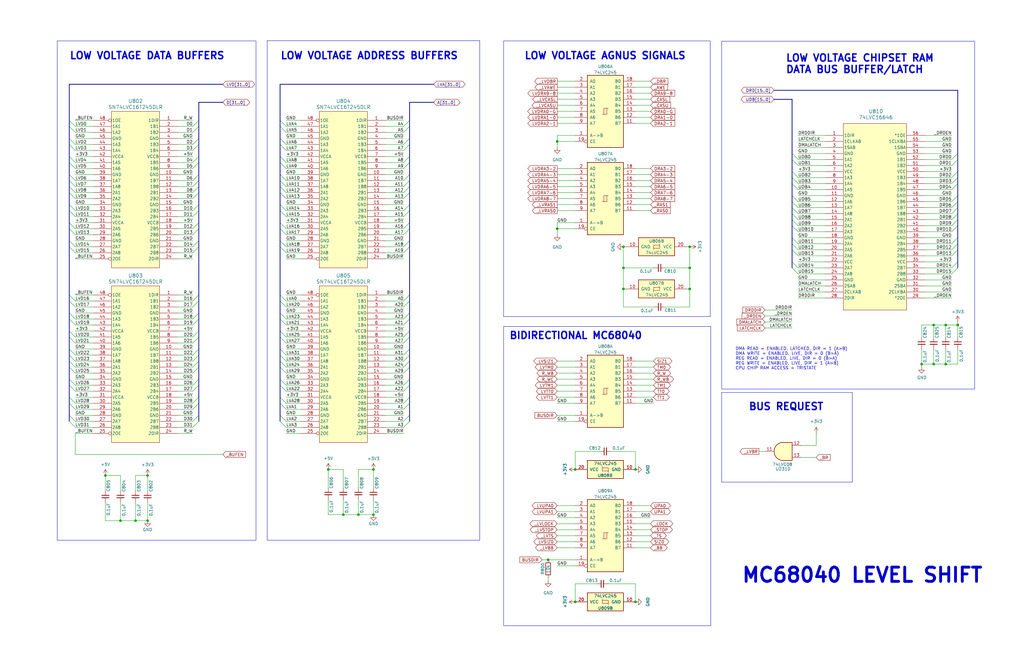
<source format=kicad_sch>
(kicad_sch (version 20231120) (generator "eeschema") (generator_version "8.0")
  (paper "B")
  (title_block (title "AMIGA PCI") (date "2025-04-07") (rev "5.1"))
  (junction (at 262.89 113.03))
  (junction (at 57.15 219.71))
  (junction (at 267.97 198.12))
  (junction (at 403.86 137.16))
  (junction (at 234.95 96.52))
  (junction (at 50.8 219.71))
  (junction (at 290.83 121.92))
  (junction (at 290.83 104.14))
  (junction (at 234.95 59.69))
  (junction (at 62.23 200.66))
  (junction (at 262.89 104.14))
  (junction (at 138.43 198.12))
  (junction (at 44.45 200.66))
  (junction (at 290.83 113.03))
  (junction (at 262.89 121.92))
  (junction (at 151.13 217.17))
  (junction (at 398.78 137.16))
  (junction (at 393.7 137.16))
  (junction (at 242.57 198.12))
  (junction (at 157.48 217.17))
  (junction (at 144.78 217.17))
  (junction (at 388.62 153.67))
  (junction (at 231.14 236.22))
  (junction (at 267.97 254))
  (junction (at 393.7 153.67))
  (junction (at 157.48 198.12))
  (junction (at 62.23 219.71))
  (junction (at 242.57 254))
  (junction (at 398.78 153.67))
  (bus_entry (at 120.65 129.54) (size -2.54 -2.54))
  (bus_entry (at 31.75 180.34) (size -2.54 -2.54))
  (bus_entry (at 401.32 67.31) (size 2.54 -2.54))
  (bus_entry (at 120.65 137.16) (size -2.54 -2.54))
  (bus_entry (at 81.28 60.96) (size 2.54 -2.54))
  (bus_entry (at 401.32 95.25) (size 2.54 -2.54))
  (bus_entry (at 120.65 99.06) (size -2.54 -2.54))
  (bus_entry (at 120.65 96.52) (size -2.54 -2.54))
  (bus_entry (at 81.28 88.9) (size 2.54 -2.54))
  (bus_entry (at 336.55 69.85) (size -2.54 -2.54))
  (bus_entry (at 336.55 80.01) (size -2.54 -2.54))
  (bus_entry (at 31.75 55.88) (size -2.54 -2.54))
  (bus_entry (at 31.75 91.44) (size -2.54 -2.54))
  (bus_entry (at 120.65 76.2) (size -2.54 -2.54))
  (bus_entry (at 336.55 97.79) (size -2.54 -2.54))
  (bus_entry (at 170.18 96.52) (size 2.54 -2.54))
  (bus_entry (at 336.55 102.87) (size -2.54 -2.54))
  (bus_entry (at 31.75 177.8) (size -2.54 -2.54))
  (bus_entry (at 31.75 96.52) (size -2.54 -2.54))
  (bus_entry (at 81.28 91.44) (size 2.54 -2.54))
  (bus_entry (at 170.18 55.88) (size 2.54 -2.54))
  (bus_entry (at 81.28 76.2) (size 2.54 -2.54))
  (bus_entry (at 81.28 165.1) (size 2.54 -2.54))
  (bus_entry (at 170.18 170.18) (size 2.54 -2.54))
  (bus_entry (at 31.75 149.86) (size -2.54 -2.54))
  (bus_entry (at 170.18 63.5) (size 2.54 -2.54))
  (bus_entry (at 81.28 83.82) (size 2.54 -2.54))
  (bus_entry (at 31.75 162.56) (size -2.54 -2.54))
  (bus_entry (at 31.75 99.06) (size -2.54 -2.54))
  (bus_entry (at 31.75 127) (size -2.54 -2.54))
  (bus_entry (at 401.32 102.87) (size 2.54 -2.54))
  (bus_entry (at 401.32 77.47) (size 2.54 -2.54))
  (bus_entry (at 170.18 88.9) (size 2.54 -2.54))
  (bus_entry (at 31.75 157.48) (size -2.54 -2.54))
  (bus_entry (at 81.28 104.14) (size 2.54 -2.54))
  (bus_entry (at 120.65 63.5) (size -2.54 -2.54))
  (bus_entry (at 170.18 106.68) (size 2.54 -2.54))
  (bus_entry (at 81.28 172.72) (size 2.54 -2.54))
  (bus_entry (at 81.28 170.18) (size 2.54 -2.54))
  (bus_entry (at 401.32 92.71) (size 2.54 -2.54))
  (bus_entry (at 81.28 71.12) (size 2.54 -2.54))
  (bus_entry (at 336.55 113.03) (size -2.54 -2.54))
  (bus_entry (at 120.65 157.48) (size -2.54 -2.54))
  (bus_entry (at 31.75 76.2) (size -2.54 -2.54))
  (bus_entry (at 81.28 53.34) (size 2.54 -2.54))
  (bus_entry (at 81.28 154.94) (size 2.54 -2.54))
  (bus_entry (at 81.28 127) (size 2.54 -2.54))
  (bus_entry (at 120.65 170.18) (size -2.54 -2.54))
  (bus_entry (at 401.32 90.17) (size 2.54 -2.54))
  (bus_entry (at 120.65 152.4) (size -2.54 -2.54))
  (bus_entry (at 31.75 104.14) (size -2.54 -2.54))
  (bus_entry (at 170.18 127) (size 2.54 -2.54))
  (bus_entry (at 401.32 115.57) (size 2.54 -2.54))
  (bus_entry (at 31.75 144.78) (size -2.54 -2.54))
  (bus_entry (at 170.18 76.2) (size 2.54 -2.54))
  (bus_entry (at 81.28 162.56) (size 2.54 -2.54))
  (bus_entry (at 31.75 134.62) (size -2.54 -2.54))
  (bus_entry (at 336.55 115.57) (size -2.54 -2.54))
  (bus_entry (at 401.32 87.63) (size 2.54 -2.54))
  (bus_entry (at 401.32 85.09) (size 2.54 -2.54))
  (bus_entry (at 401.32 74.93) (size 2.54 -2.54))
  (bus_entry (at 170.18 165.1) (size 2.54 -2.54))
  (bus_entry (at 120.65 127) (size -2.54 -2.54))
  (bus_entry (at 81.28 96.52) (size 2.54 -2.54))
  (bus_entry (at 120.65 60.96) (size -2.54 -2.54))
  (bus_entry (at 120.65 142.24) (size -2.54 -2.54))
  (bus_entry (at 336.55 92.71) (size -2.54 -2.54))
  (bus_entry (at 120.65 180.34) (size -2.54 -2.54))
  (bus_entry (at 81.28 180.34) (size 2.54 -2.54))
  (bus_entry (at 31.75 81.28) (size -2.54 -2.54))
  (bus_entry (at 120.65 134.62) (size -2.54 -2.54))
  (bus_entry (at 81.28 137.16) (size 2.54 -2.54))
  (bus_entry (at 31.75 106.68) (size -2.54 -2.54))
  (bus_entry (at 31.75 165.1) (size -2.54 -2.54))
  (bus_entry (at 170.18 157.48) (size 2.54 -2.54))
  (bus_entry (at 120.65 78.74) (size -2.54 -2.54))
  (bus_entry (at 401.32 105.41) (size 2.54 -2.54))
  (bus_entry (at 81.28 99.06) (size 2.54 -2.54))
  (bus_entry (at 170.18 137.16) (size 2.54 -2.54))
  (bus_entry (at 31.75 129.54) (size -2.54 -2.54))
  (bus_entry (at 120.65 165.1) (size -2.54 -2.54))
  (bus_entry (at 31.75 154.94) (size -2.54 -2.54))
  (bus_entry (at 336.55 77.47) (size -2.54 -2.54))
  (bus_entry (at 401.32 107.95) (size 2.54 -2.54))
  (bus_entry (at 170.18 152.4) (size 2.54 -2.54))
  (bus_entry (at 170.18 144.78) (size 2.54 -2.54))
  (bus_entry (at 120.65 81.28) (size -2.54 -2.54))
  (bus_entry (at 120.65 83.82) (size -2.54 -2.54))
  (bus_entry (at 120.65 172.72) (size -2.54 -2.54))
  (bus_entry (at 120.65 68.58) (size -2.54 -2.54))
  (bus_entry (at 170.18 142.24) (size 2.54 -2.54))
  (bus_entry (at 170.18 53.34) (size 2.54 -2.54))
  (bus_entry (at 336.55 74.93) (size -2.54 -2.54))
  (bus_entry (at 120.65 149.86) (size -2.54 -2.54))
  (bus_entry (at 120.65 53.34) (size -2.54 -2.54))
  (bus_entry (at 81.28 142.24) (size 2.54 -2.54))
  (bus_entry (at 170.18 149.86) (size 2.54 -2.54))
  (bus_entry (at 120.65 154.94) (size -2.54 -2.54))
  (bus_entry (at 31.75 78.74) (size -2.54 -2.54))
  (bus_entry (at 401.32 69.85) (size 2.54 -2.54))
  (bus_entry (at 31.75 83.82) (size -2.54 -2.54))
  (bus_entry (at 170.18 172.72) (size 2.54 -2.54))
  (bus_entry (at 31.75 172.72) (size -2.54 -2.54))
  (bus_entry (at 31.75 63.5) (size -2.54 -2.54))
  (bus_entry (at 81.28 177.8) (size 2.54 -2.54))
  (bus_entry (at 170.18 180.34) (size 2.54 -2.54))
  (bus_entry (at 170.18 162.56) (size 2.54 -2.54))
  (bus_entry (at 170.18 81.28) (size 2.54 -2.54))
  (bus_entry (at 120.65 71.12) (size -2.54 -2.54))
  (bus_entry (at 170.18 68.58) (size 2.54 -2.54))
  (bus_entry (at 170.18 71.12) (size 2.54 -2.54))
  (bus_entry (at 336.55 107.95) (size -2.54 -2.54))
  (bus_entry (at 81.28 129.54) (size 2.54 -2.54))
  (bus_entry (at 81.28 157.48) (size 2.54 -2.54))
  (bus_entry (at 31.75 142.24) (size -2.54 -2.54))
  (bus_entry (at 81.28 55.88) (size 2.54 -2.54))
  (bus_entry (at 31.75 53.34) (size -2.54 -2.54))
  (bus_entry (at 336.55 105.41) (size -2.54 -2.54))
  (bus_entry (at 81.28 81.28) (size 2.54 -2.54))
  (bus_entry (at 401.32 80.01) (size 2.54 -2.54))
  (bus_entry (at 170.18 129.54) (size 2.54 -2.54))
  (bus_entry (at 120.65 91.44) (size -2.54 -2.54))
  (bus_entry (at 31.75 170.18) (size -2.54 -2.54))
  (bus_entry (at 120.65 162.56) (size -2.54 -2.54))
  (bus_entry (at 170.18 99.06) (size 2.54 -2.54))
  (bus_entry (at 31.75 60.96) (size -2.54 -2.54))
  (bus_entry (at 170.18 60.96) (size 2.54 -2.54))
  (bus_entry (at 81.28 63.5) (size 2.54 -2.54))
  (bus_entry (at 336.55 95.25) (size -2.54 -2.54))
  (bus_entry (at 336.55 87.63) (size -2.54 -2.54))
  (bus_entry (at 170.18 134.62) (size 2.54 -2.54))
  (bus_entry (at 120.65 177.8) (size -2.54 -2.54))
  (bus_entry (at 170.18 91.44) (size 2.54 -2.54))
  (bus_entry (at 170.18 78.74) (size 2.54 -2.54))
  (bus_entry (at 81.28 106.68) (size 2.54 -2.54))
  (bus_entry (at 120.65 144.78) (size -2.54 -2.54))
  (bus_entry (at 120.65 104.14) (size -2.54 -2.54))
  (bus_entry (at 31.75 88.9) (size -2.54 -2.54))
  (bus_entry (at 31.75 71.12) (size -2.54 -2.54))
  (bus_entry (at 120.65 88.9) (size -2.54 -2.54))
  (bus_entry (at 120.65 55.88) (size -2.54 -2.54))
  (bus_entry (at 336.55 85.09) (size -2.54 -2.54))
  (bus_entry (at 31.75 152.4) (size -2.54 -2.54))
  (bus_entry (at 31.75 137.16) (size -2.54 -2.54))
  (bus_entry (at 81.28 144.78) (size 2.54 -2.54))
  (bus_entry (at 81.28 68.58) (size 2.54 -2.54))
  (bus_entry (at 336.55 67.31) (size -2.54 -2.54))
  (bus_entry (at 81.28 78.74) (size 2.54 -2.54))
  (bus_entry (at 81.28 152.4) (size 2.54 -2.54))
  (bus_entry (at 170.18 177.8) (size 2.54 -2.54))
  (bus_entry (at 81.28 134.62) (size 2.54 -2.54))
  (bus_entry (at 170.18 154.94) (size 2.54 -2.54))
  (bus_entry (at 401.32 97.79) (size 2.54 -2.54))
  (bus_entry (at 31.75 68.58) (size -2.54 -2.54))
  (bus_entry (at 336.55 90.17) (size -2.54 -2.54))
  (bus_entry (at 120.65 106.68) (size -2.54 -2.54))
  (bus_entry (at 170.18 104.14) (size 2.54 -2.54))
  (bus_entry (at 401.32 113.03) (size 2.54 -2.54))
  (bus_entry (at 81.28 149.86) (size 2.54 -2.54))
  (bus_entry (at 170.18 83.82) (size 2.54 -2.54))
  (wire (pts (xy 170.18 144.78) (xy 162.56 144.78)))
  (wire (pts (xy 127 167.64) (xy 120.65 167.64)))
  (wire (pts (xy 274.32 34.29) (xy 267.97 34.29)))
  (bus (pts (xy 403.86 100.33) (xy 403.86 95.25)))
  (wire (pts (xy 39.37 147.32) (xy 31.75 147.32)))
  (bus (pts (xy 326.39 41.91) (xy 334.01 41.91)))
  (wire (pts (xy 393.7 137.16) (xy 398.78 137.16)))
  (wire (pts (xy 274.32 215.9) (xy 267.97 215.9)))
  (wire (pts (xy 144.78 198.12) (xy 144.78 205.74)))
  (bus (pts (xy 83.82 68.58) (xy 83.82 66.04)))
  (bus (pts (xy 83.82 154.94) (xy 83.82 152.4)))
  (bus (pts (xy 334.01 64.77) (xy 334.01 41.91)))
  (wire (pts (xy 127 83.82) (xy 120.65 83.82)))
  (wire (pts (xy 290.83 121.92) (xy 289.56 121.92)))
  (wire (pts (xy 39.37 91.44) (xy 31.75 91.44)))
  (wire (pts (xy 389.89 90.17) (xy 401.32 90.17)))
  (wire (pts (xy 242.57 71.12) (xy 234.95 71.12)))
  (wire (pts (xy 81.28 177.8) (xy 74.93 177.8)))
  (wire (pts (xy 127 137.16) (xy 120.65 137.16)))
  (wire (pts (xy 388.62 153.67) (xy 388.62 154.94)))
  (bus (pts (xy 403.86 102.87) (xy 403.86 100.33)))
  (bus (pts (xy 83.82 177.8) (xy 83.82 175.26)))
  (wire (pts (xy 127 127) (xy 120.65 127)))
  (wire (pts (xy 162.56 86.36) (xy 170.18 86.36)))
  (wire (pts (xy 127 124.46) (xy 120.65 124.46)))
  (bus (pts (xy 118.11 134.62) (xy 118.11 139.7)))
  (wire (pts (xy 170.18 137.16) (xy 162.56 137.16)))
  (wire (pts (xy 151.13 210.82) (xy 151.13 217.17)))
  (wire (pts (xy 389.89 118.11) (xy 401.32 118.11)))
  (wire (pts (xy 234.95 223.52) (xy 242.57 223.52)))
  (bus (pts (xy 334.01 85.09) (xy 334.01 82.55)))
  (wire (pts (xy 127 144.78) (xy 120.65 144.78)))
  (wire (pts (xy 389.89 72.39) (xy 401.32 72.39)))
  (bus (pts (xy 172.72 78.74) (xy 172.72 76.2)))
  (bus (pts (xy 83.82 81.28) (xy 83.82 78.74)))
  (wire (pts (xy 170.18 60.96) (xy 162.56 60.96)))
  (wire (pts (xy 170.18 63.5) (xy 162.56 63.5)))
  (wire (pts (xy 347.98 69.85) (xy 336.55 69.85)))
  (wire (pts (xy 127 101.6) (xy 120.65 101.6)))
  (bus (pts (xy 172.72 134.62) (xy 172.72 132.08)))
  (wire (pts (xy 138.43 205.74) (xy 138.43 198.12)))
  (bus (pts (xy 29.21 142.24) (xy 29.21 139.7)))
  (bus (pts (xy 83.82 162.56) (xy 83.82 160.02)))
  (wire (pts (xy 81.28 68.58) (xy 74.93 68.58)))
  (wire (pts (xy 389.89 62.23) (xy 401.32 62.23)))
  (wire (pts (xy 162.56 66.04) (xy 170.18 66.04)))
  (wire (pts (xy 127 60.96) (xy 120.65 60.96)))
  (bus (pts (xy 29.21 53.34) (xy 29.21 50.8)))
  (wire (pts (xy 81.28 109.22) (xy 74.93 109.22)))
  (wire (pts (xy 389.89 120.65) (xy 401.32 120.65)))
  (wire (pts (xy 39.37 99.06) (xy 31.75 99.06)))
  (wire (pts (xy 138.43 217.17) (xy 138.43 210.82)))
  (wire (pts (xy 347.98 97.79) (xy 336.55 97.79)))
  (bus (pts (xy 29.21 170.18) (xy 29.21 167.64)))
  (wire (pts (xy 127 104.14) (xy 120.65 104.14)))
  (wire (pts (xy 57.15 200.66) (xy 62.23 200.66)))
  (wire (pts (xy 81.28 91.44) (xy 74.93 91.44)))
  (wire (pts (xy 398.78 153.67) (xy 403.86 153.67)))
  (wire (pts (xy 170.18 99.06) (xy 162.56 99.06)))
  (wire (pts (xy 170.18 53.34) (xy 162.56 53.34)))
  (wire (pts (xy 74.93 66.04) (xy 81.28 66.04)))
  (bus (pts (xy 29.21 177.8) (xy 29.21 175.26)))
  (wire (pts (xy 274.32 81.28) (xy 267.97 81.28)))
  (wire (pts (xy 275.59 162.56) (xy 267.97 162.56)))
  (wire (pts (xy 127 142.24) (xy 120.65 142.24)))
  (bus (pts (xy 118.11 162.56) (xy 118.11 160.02)))
  (bus (pts (xy 403.86 67.31) (xy 403.86 64.77)))
  (bus (pts (xy 118.11 81.28) (xy 118.11 86.36)))
  (wire (pts (xy 162.56 132.08) (xy 170.18 132.08)))
  (bus (pts (xy 118.11 73.66) (xy 118.11 68.58)))
  (bus (pts (xy 29.21 88.9) (xy 29.21 86.36)))
  (wire (pts (xy 157.48 217.17) (xy 151.13 217.17)))
  (bus (pts (xy 118.11 104.14) (xy 118.11 101.6)))
  (bus (pts (xy 83.82 43.18) (xy 93.98 43.18)))
  (bus (pts (xy 334.01 100.33) (xy 334.01 95.25)))
  (wire (pts (xy 39.37 144.78) (xy 31.75 144.78)))
  (bus (pts (xy 83.82 147.32) (xy 83.82 142.24)))
  (wire (pts (xy 170.18 83.82) (xy 162.56 83.82)))
  (wire (pts (xy 347.98 72.39) (xy 336.55 72.39)))
  (wire (pts (xy 81.28 152.4) (xy 74.93 152.4)))
  (bus (pts (xy 83.82 60.96) (xy 83.82 58.42)))
  (bus (pts (xy 334.01 72.39) (xy 334.01 67.31)))
  (wire (pts (xy 403.86 147.32) (xy 403.86 153.67)))
  (wire (pts (xy 39.37 134.62) (xy 31.75 134.62)))
  (wire (pts (xy 170.18 91.44) (xy 162.56 91.44)))
  (wire (pts (xy 389.89 110.49) (xy 401.32 110.49)))
  (wire (pts (xy 81.28 170.18) (xy 74.93 170.18)))
  (bus (pts (xy 118.11 88.9) (xy 118.11 93.98)))
  (wire (pts (xy 290.83 113.03) (xy 290.83 121.92)))
  (wire (pts (xy 242.57 246.38) (xy 251.46 246.38)))
  (bus (pts (xy 334.01 67.31) (xy 334.01 64.77)))
  (wire (pts (xy 127 165.1) (xy 120.65 165.1)))
  (bus (pts (xy 118.11 35.56) (xy 182.88 35.56)))
  (wire (pts (xy 74.93 58.42) (xy 81.28 58.42)))
  (wire (pts (xy 170.18 55.88) (xy 162.56 55.88)))
  (wire (pts (xy 347.98 110.49) (xy 336.55 110.49)))
  (wire (pts (xy 127 76.2) (xy 120.65 76.2)))
  (bus (pts (xy 403.86 87.63) (xy 403.86 85.09)))
  (bus (pts (xy 403.86 74.93) (xy 403.86 72.39)))
  (wire (pts (xy 81.28 162.56) (xy 74.93 162.56)))
  (wire (pts (xy 242.57 88.9) (xy 234.95 88.9)))
  (bus (pts (xy 83.82 170.18) (xy 83.82 167.64)))
  (bus (pts (xy 403.86 77.47) (xy 403.86 74.93)))
  (wire (pts (xy 127 96.52) (xy 120.65 96.52)))
  (wire (pts (xy 81.28 88.9) (xy 74.93 88.9)))
  (bus (pts (xy 118.11 60.96) (xy 118.11 66.04)))
  (wire (pts (xy 39.37 101.6) (xy 31.75 101.6)))
  (bus (pts (xy 118.11 60.96) (xy 118.11 58.42)))
  (wire (pts (xy 170.18 172.72) (xy 162.56 172.72)))
  (bus (pts (xy 29.21 88.9) (xy 29.21 93.98)))
  (wire (pts (xy 39.37 137.16) (xy 31.75 137.16)))
  (wire (pts (xy 81.28 96.52) (xy 74.93 96.52)))
  (bus (pts (xy 172.72 142.24) (xy 172.72 139.7)))
  (wire (pts (xy 275.59 129.54) (xy 262.89 129.54)))
  (bus (pts (xy 83.82 50.8) (xy 83.82 43.18)))
  (bus (pts (xy 403.86 64.77) (xy 403.86 38.1)))
  (wire (pts (xy 274.32 88.9) (xy 267.97 88.9)))
  (wire (pts (xy 39.37 175.26) (xy 31.75 175.26)))
  (wire (pts (xy 242.57 190.5) (xy 252.73 190.5)))
  (wire (pts (xy 388.62 147.32) (xy 388.62 153.67)))
  (wire (pts (xy 39.37 78.74) (xy 31.75 78.74)))
  (wire (pts (xy 127 88.9) (xy 120.65 88.9)))
  (wire (pts (xy 39.37 81.28) (xy 31.75 81.28)))
  (wire (pts (xy 234.95 228.6) (xy 242.57 228.6)))
  (wire (pts (xy 344.17 187.96) (xy 344.17 182.88)))
  (wire (pts (xy 81.28 134.62) (xy 74.93 134.62)))
  (wire (pts (xy 81.28 142.24) (xy 74.93 142.24)))
  (wire (pts (xy 267.97 83.82) (xy 274.32 83.82)))
  (wire (pts (xy 170.18 71.12) (xy 162.56 71.12)))
  (wire (pts (xy 274.32 41.91) (xy 267.97 41.91)))
  (bus (pts (xy 172.72 124.46) (xy 172.72 104.14)))
  (bus (pts (xy 29.21 60.96) (xy 29.21 66.04)))
  (bus (pts (xy 334.01 77.47) (xy 334.01 74.93)))
  (bus (pts (xy 29.21 162.56) (xy 29.21 167.64)))
  (wire (pts (xy 74.93 182.88) (xy 81.28 182.88)))
  (wire (pts (xy 81.28 172.72) (xy 74.93 172.72)))
  (wire (pts (xy 257.81 190.5) (xy 267.97 190.5)))
  (bus (pts (xy 172.72 53.34) (xy 172.72 50.8)))
  (bus (pts (xy 172.72 76.2) (xy 172.72 73.66)))
  (wire (pts (xy 389.89 100.33) (xy 401.32 100.33)))
  (wire (pts (xy 127 55.88) (xy 120.65 55.88)))
  (wire (pts (xy 39.37 96.52) (xy 31.75 96.52)))
  (wire (pts (xy 274.32 44.45) (xy 267.97 44.45)))
  (bus (pts (xy 29.21 127) (xy 29.21 124.46)))
  (wire (pts (xy 151.13 198.12) (xy 157.48 198.12)))
  (wire (pts (xy 262.89 104.14) (xy 262.89 113.03)))
  (wire (pts (xy 170.18 106.68) (xy 162.56 106.68)))
  (wire (pts (xy 267.97 198.12) (xy 267.97 190.5)))
  (bus (pts (xy 172.72 43.18) (xy 182.88 43.18)))
  (wire (pts (xy 267.97 39.37) (xy 274.32 39.37)))
  (bus (pts (xy 172.72 58.42) (xy 172.72 53.34)))
  (wire (pts (xy 262.89 113.03) (xy 262.89 121.92)))
  (wire (pts (xy 389.89 113.03) (xy 401.32 113.03)))
  (bus (pts (xy 403.86 85.09) (xy 403.86 82.55)))
  (bus (pts (xy 29.21 96.52) (xy 29.21 93.98)))
  (wire (pts (xy 81.28 60.96) (xy 74.93 60.96)))
  (bus (pts (xy 172.72 149.86) (xy 172.72 147.32)))
  (wire (pts (xy 74.93 50.8) (xy 81.28 50.8)))
  (bus (pts (xy 118.11 50.8) (xy 118.11 35.56)))
  (wire (pts (xy 81.28 144.78) (xy 74.93 144.78)))
  (wire (pts (xy 127 182.88) (xy 120.65 182.88)))
  (wire (pts (xy 57.15 212.09) (xy 57.15 219.71)))
  (wire (pts (xy 39.37 93.98) (xy 31.75 93.98)))
  (bus (pts (xy 172.72 127) (xy 172.72 124.46)))
  (wire (pts (xy 39.37 157.48) (xy 31.75 157.48)))
  (bus (pts (xy 83.82 73.66) (xy 83.82 68.58)))
  (wire (pts (xy 242.57 59.69) (xy 234.95 59.69)))
  (bus (pts (xy 83.82 66.04) (xy 83.82 60.96)))
  (wire (pts (xy 157.48 205.74) (xy 157.48 198.12)))
  (bus (pts (xy 29.21 81.28) (xy 29.21 78.74)))
  (wire (pts (xy 127 154.94) (xy 120.65 154.94)))
  (wire (pts (xy 74.93 167.64) (xy 81.28 167.64)))
  (wire (pts (xy 127 63.5) (xy 120.65 63.5)))
  (wire (pts (xy 81.28 99.06) (xy 74.93 99.06)))
  (bus (pts (xy 172.72 132.08) (xy 172.72 127)))
  (wire (pts (xy 242.57 93.98) (xy 234.95 93.98)))
  (wire (pts (xy 74.93 147.32) (xy 81.28 147.32)))
  (bus (pts (xy 118.11 88.9) (xy 118.11 86.36)))
  (wire (pts (xy 127 175.26) (xy 120.65 175.26)))
  (wire (pts (xy 74.93 124.46) (xy 81.28 124.46)))
  (wire (pts (xy 170.18 127) (xy 162.56 127)))
  (wire (pts (xy 234.95 83.82) (xy 242.57 83.82)))
  (bus (pts (xy 334.01 92.71) (xy 334.01 90.17)))
  (wire (pts (xy 170.18 81.28) (xy 162.56 81.28)))
  (wire (pts (xy 389.89 87.63) (xy 401.32 87.63)))
  (wire (pts (xy 39.37 124.46) (xy 31.75 124.46)))
  (wire (pts (xy 39.37 68.58) (xy 31.75 68.58)))
  (bus (pts (xy 29.21 81.28) (xy 29.21 86.36)))
  (wire (pts (xy 50.8 212.09) (xy 50.8 219.71)))
  (wire (pts (xy 234.95 59.69) (xy 234.95 62.23)))
  (wire (pts (xy 234.95 96.52) (xy 234.95 99.06)))
  (wire (pts (xy 234.95 215.9) (xy 242.57 215.9)))
  (wire (pts (xy 389.89 102.87) (xy 401.32 102.87)))
  (wire (pts (xy 389.89 59.69) (xy 401.32 59.69)))
  (wire (pts (xy 234.95 165.1) (xy 242.57 165.1)))
  (bus (pts (xy 172.72 96.52) (xy 172.72 93.98)))
  (bus (pts (xy 29.21 104.14) (xy 29.21 101.6)))
  (wire (pts (xy 127 93.98) (xy 120.65 93.98)))
  (wire (pts (xy 274.32 73.66) (xy 267.97 73.66)))
  (bus (pts (xy 118.11 162.56) (xy 118.11 167.64)))
  (bus (pts (xy 172.72 101.6) (xy 172.72 96.52)))
  (bus (pts (xy 172.72 104.14) (xy 172.72 101.6)))
  (bus (pts (xy 172.72 167.64) (xy 172.72 162.56)))
  (wire (pts (xy 127 180.34) (xy 120.65 180.34)))
  (bus (pts (xy 172.72 139.7) (xy 172.72 134.62)))
  (wire (pts (xy 334.01 133.35) (xy 322.58 133.35)))
  (wire (pts (xy 347.98 113.03) (xy 336.55 113.03)))
  (wire (pts (xy 39.37 167.64) (xy 31.75 167.64)))
  (wire (pts (xy 274.32 71.12) (xy 267.97 71.12)))
  (wire (pts (xy 242.57 34.29) (xy 234.95 34.29)))
  (wire (pts (xy 127 149.86) (xy 120.65 149.86)))
  (wire (pts (xy 127 86.36) (xy 120.65 86.36)))
  (wire (pts (xy 242.57 44.45) (xy 234.95 44.45)))
  (bus (pts (xy 83.82 86.36) (xy 83.82 81.28)))
  (bus (pts (xy 83.82 127) (xy 83.82 124.46)))
  (wire (pts (xy 39.37 149.86) (xy 31.75 149.86)))
  (bus (pts (xy 29.21 68.58) (xy 29.21 66.04)))
  (bus (pts (xy 118.11 134.62) (xy 118.11 132.08)))
  (wire (pts (xy 162.56 139.7) (xy 170.18 139.7)))
  (wire (pts (xy 242.57 154.94) (xy 234.95 154.94)))
  (bus (pts (xy 118.11 154.94) (xy 118.11 152.4)))
  (wire (pts (xy 162.56 167.64) (xy 170.18 167.64)))
  (wire (pts (xy 170.18 157.48) (xy 162.56 157.48)))
  (wire (pts (xy 127 129.54) (xy 120.65 129.54)))
  (bus (pts (xy 172.72 68.58) (xy 172.72 66.04)))
  (wire (pts (xy 144.78 217.17) (xy 138.43 217.17)))
  (wire (pts (xy 347.98 67.31) (xy 336.55 67.31)))
  (bus (pts (xy 83.82 58.42) (xy 83.82 53.34)))
  (wire (pts (xy 81.28 63.5) (xy 74.93 63.5)))
  (wire (pts (xy 347.98 62.23) (xy 336.55 62.23)))
  (wire (pts (xy 393.7 147.32) (xy 393.7 153.67)))
  (bus (pts (xy 83.82 142.24) (xy 83.82 139.7)))
  (wire (pts (xy 81.28 104.14) (xy 74.93 104.14)))
  (bus (pts (xy 118.11 124.46) (xy 118.11 104.14)))
  (wire (pts (xy 39.37 83.82) (xy 31.75 83.82)))
  (wire (pts (xy 347.98 64.77) (xy 336.55 64.77)))
  (bus (pts (xy 83.82 76.2) (xy 83.82 73.66)))
  (wire (pts (xy 39.37 152.4) (xy 31.75 152.4)))
  (bus (pts (xy 29.21 154.94) (xy 29.21 160.02)))
  (wire (pts (xy 347.98 120.65) (xy 336.55 120.65)))
  (bus (pts (xy 83.82 175.26) (xy 83.82 170.18)))
  (wire (pts (xy 347.98 125.73) (xy 336.55 125.73)))
  (wire (pts (xy 274.32 213.36) (xy 267.97 213.36)))
  (wire (pts (xy 170.18 76.2) (xy 162.56 76.2)))
  (wire (pts (xy 170.18 104.14) (xy 162.56 104.14)))
  (wire (pts (xy 62.23 207.01) (xy 62.23 200.66)))
  (wire (pts (xy 389.89 115.57) (xy 401.32 115.57)))
  (wire (pts (xy 337.82 193.04) (xy 344.17 193.04)))
  (bus (pts (xy 172.72 170.18) (xy 172.72 167.64)))
  (wire (pts (xy 290.83 113.03) (xy 280.67 113.03)))
  (wire (pts (xy 267.97 46.99) (xy 274.32 46.99)))
  (wire (pts (xy 127 160.02) (xy 120.65 160.02)))
  (wire (pts (xy 39.37 55.88) (xy 31.75 55.88)))
  (wire (pts (xy 81.28 53.34) (xy 74.93 53.34)))
  (wire (pts (xy 242.57 162.56) (xy 234.95 162.56)))
  (wire (pts (xy 347.98 95.25) (xy 336.55 95.25)))
  (wire (pts (xy 242.57 236.22) (xy 231.14 236.22)))
  (wire (pts (xy 157.48 217.17) (xy 157.48 210.82)))
  (wire (pts (xy 39.37 86.36) (xy 31.75 86.36)))
  (bus (pts (xy 29.21 147.32) (xy 29.21 142.24)))
  (wire (pts (xy 267.97 254) (xy 267.97 246.38)))
  (wire (pts (xy 39.37 165.1) (xy 31.75 165.1)))
  (wire (pts (xy 274.32 223.52) (xy 267.97 223.52)))
  (wire (pts (xy 81.28 127) (xy 74.93 127)))
  (bus (pts (xy 403.86 92.71) (xy 403.86 90.17)))
  (wire (pts (xy 234.95 220.98) (xy 242.57 220.98)))
  (bus (pts (xy 403.86 90.17) (xy 403.86 87.63)))
  (wire (pts (xy 39.37 160.02) (xy 31.75 160.02)))
  (bus (pts (xy 403.86 82.55) (xy 403.86 77.47)))
  (bus (pts (xy 334.01 90.17) (xy 334.01 87.63)))
  (bus (pts (xy 172.72 93.98) (xy 172.72 88.9)))
  (wire (pts (xy 334.01 130.81) (xy 322.58 130.81)))
  (wire (pts (xy 389.89 64.77) (xy 401.32 64.77)))
  (bus (pts (xy 403.86 72.39) (xy 403.86 67.31)))
  (bus (pts (xy 334.01 105.41) (xy 334.01 102.87)))
  (wire (pts (xy 127 152.4) (xy 120.65 152.4)))
  (wire (pts (xy 398.78 137.16) (xy 403.86 137.16)))
  (wire (pts (xy 127 177.8) (xy 120.65 177.8)))
  (wire (pts (xy 39.37 104.14) (xy 31.75 104.14)))
  (wire (pts (xy 347.98 77.47) (xy 336.55 77.47)))
  (wire (pts (xy 162.56 147.32) (xy 170.18 147.32)))
  (bus (pts (xy 118.11 96.52) (xy 118.11 93.98)))
  (bus (pts (xy 83.82 96.52) (xy 83.82 93.98)))
  (wire (pts (xy 264.16 121.92) (xy 262.89 121.92)))
  (wire (pts (xy 162.56 109.22) (xy 170.18 109.22)))
  (bus (pts (xy 29.21 35.56) (xy 93.98 35.56)))
  (wire (pts (xy 170.18 88.9) (xy 162.56 88.9)))
  (wire (pts (xy 81.28 76.2) (xy 74.93 76.2)))
  (wire (pts (xy 234.95 39.37) (xy 242.57 39.37)))
  (wire (pts (xy 162.56 175.26) (xy 170.18 175.26)))
  (wire (pts (xy 170.18 129.54) (xy 162.56 129.54)))
  (wire (pts (xy 242.57 170.18) (xy 234.95 170.18)))
  (wire (pts (xy 290.83 104.14) (xy 289.56 104.14)))
  (wire (pts (xy 322.58 135.89) (xy 334.01 135.89)))
  (wire (pts (xy 39.37 106.68) (xy 31.75 106.68)))
  (bus (pts (xy 334.01 110.49) (xy 334.01 105.41)))
  (wire (pts (xy 242.57 41.91) (xy 234.95 41.91)))
  (wire (pts (xy 242.57 177.8) (xy 234.95 177.8)))
  (bus (pts (xy 29.21 149.86) (xy 29.21 147.32)))
  (wire (pts (xy 347.98 82.55) (xy 336.55 82.55)))
  (wire (pts (xy 57.15 219.71) (xy 50.8 219.71)))
  (wire (pts (xy 242.57 167.64) (xy 234.95 167.64)))
  (wire (pts (xy 74.93 101.6) (xy 81.28 101.6)))
  (wire (pts (xy 242.57 81.28) (xy 234.95 81.28)))
  (wire (pts (xy 31.75 182.88) (xy 31.75 191.77)))
  (wire (pts (xy 39.37 71.12) (xy 31.75 71.12)))
  (wire (pts (xy 127 50.8) (xy 120.65 50.8)))
  (wire (pts (xy 144.78 210.82) (xy 144.78 217.17)))
  (wire (pts (xy 234.95 46.99) (xy 242.57 46.99)))
  (wire (pts (xy 170.18 162.56) (xy 162.56 162.56)))
  (wire (pts (xy 151.13 217.17) (xy 144.78 217.17)))
  (wire (pts (xy 170.18 134.62) (xy 162.56 134.62)))
  (bus (pts (xy 118.11 68.58) (xy 118.11 66.04)))
  (bus (pts (xy 172.72 88.9) (xy 172.72 86.36)))
  (wire (pts (xy 39.37 109.22) (xy 31.75 109.22)))
  (bus (pts (xy 118.11 127) (xy 118.11 124.46)))
  (wire (pts (xy 162.56 124.46) (xy 170.18 124.46)))
  (wire (pts (xy 274.32 36.83) (xy 267.97 36.83)))
  (wire (pts (xy 127 99.06) (xy 120.65 99.06)))
  (bus (pts (xy 334.01 95.25) (xy 334.01 92.71)))
  (bus (pts (xy 403.86 105.41) (xy 403.86 102.87)))
  (bus (pts (xy 118.11 149.86) (xy 118.11 147.32)))
  (wire (pts (xy 151.13 198.12) (xy 151.13 205.74)))
  (wire (pts (xy 389.89 107.95) (xy 401.32 107.95)))
  (wire (pts (xy 267.97 76.2) (xy 274.32 76.2)))
  (wire (pts (xy 347.98 102.87) (xy 336.55 102.87)))
  (wire (pts (xy 127 68.58) (xy 120.65 68.58)))
  (wire (pts (xy 388.62 137.16) (xy 388.62 142.24)))
  (bus (pts (xy 172.72 147.32) (xy 172.72 142.24)))
  (wire (pts (xy 127 134.62) (xy 120.65 134.62)))
  (bus (pts (xy 83.82 53.34) (xy 83.82 50.8)))
  (bus (pts (xy 83.82 101.6) (xy 83.82 96.52)))
  (wire (pts (xy 127 132.08) (xy 120.65 132.08)))
  (wire (pts (xy 74.93 73.66) (xy 81.28 73.66)))
  (wire (pts (xy 74.93 93.98) (xy 81.28 93.98)))
  (bus (pts (xy 334.01 82.55) (xy 334.01 77.47)))
  (wire (pts (xy 44.45 200.66) (xy 50.8 200.66)))
  (wire (pts (xy 74.93 160.02) (xy 81.28 160.02)))
  (bus (pts (xy 172.72 73.66) (xy 172.72 68.58)))
  (wire (pts (xy 162.56 160.02) (xy 170.18 160.02)))
  (wire (pts (xy 39.37 88.9) (xy 31.75 88.9)))
  (wire (pts (xy 39.37 58.42) (xy 31.75 58.42)))
  (wire (pts (xy 347.98 87.63) (xy 336.55 87.63)))
  (bus (pts (xy 29.21 78.74) (xy 29.21 76.2)))
  (wire (pts (xy 242.57 73.66) (xy 234.95 73.66)))
  (wire (pts (xy 275.59 154.94) (xy 267.97 154.94)))
  (wire (pts (xy 242.57 49.53) (xy 234.95 49.53)))
  (wire (pts (xy 62.23 219.71) (xy 62.23 212.09)))
  (wire (pts (xy 39.37 139.7) (xy 31.75 139.7)))
  (bus (pts (xy 83.82 78.74) (xy 83.82 76.2)))
  (wire (pts (xy 81.28 55.88) (xy 74.93 55.88)))
  (wire (pts (xy 267.97 218.44) (xy 274.32 218.44)))
  (wire (pts (xy 242.57 226.06) (xy 234.95 226.06)))
  (wire (pts (xy 170.18 78.74) (xy 162.56 78.74)))
  (wire (pts (xy 275.59 170.18) (xy 267.97 170.18)))
  (wire (pts (xy 274.32 231.14) (xy 267.97 231.14)))
  (wire (pts (xy 242.57 36.83) (xy 234.95 36.83)))
  (bus (pts (xy 29.21 76.2) (xy 29.21 73.66)))
  (wire (pts (xy 389.89 105.41) (xy 401.32 105.41)))
  (wire (pts (xy 127 91.44) (xy 120.65 91.44)))
  (wire (pts (xy 170.18 68.58) (xy 162.56 68.58)))
  (bus (pts (xy 118.11 177.8) (xy 118.11 175.26)))
  (wire (pts (xy 256.54 246.38) (xy 267.97 246.38)))
  (wire (pts (xy 347.98 74.93) (xy 336.55 74.93)))
  (wire (pts (xy 290.83 121.92) (xy 290.83 129.54)))
  (wire (pts (xy 81.28 165.1) (xy 74.93 165.1)))
  (wire (pts (xy 127 162.56) (xy 120.65 162.56)))
  (bus (pts (xy 118.11 53.34) (xy 118.11 58.42)))
  (wire (pts (xy 39.37 170.18) (xy 31.75 170.18)))
  (bus (pts (xy 172.72 50.8) (xy 172.72 43.18)))
  (wire (pts (xy 81.28 154.94) (xy 74.93 154.94)))
  (wire (pts (xy 322.58 138.43) (xy 334.01 138.43)))
  (wire (pts (xy 262.89 121.92) (xy 262.89 129.54)))
  (wire (pts (xy 50.8 219.71) (xy 44.45 219.71)))
  (wire (pts (xy 39.37 63.5) (xy 31.75 63.5)))
  (bus (pts (xy 118.11 127) (xy 118.11 132.08)))
  (bus (pts (xy 172.72 160.02) (xy 172.72 154.94)))
  (wire (pts (xy 127 66.04) (xy 120.65 66.04)))
  (wire (pts (xy 242.57 152.4) (xy 234.95 152.4)))
  (bus (pts (xy 172.72 86.36) (xy 172.72 81.28)))
  (bus (pts (xy 29.21 170.18) (xy 29.21 175.26)))
  (bus (pts (xy 29.21 162.56) (xy 29.21 160.02)))
  (bus (pts (xy 29.21 154.94) (xy 29.21 152.4)))
  (wire (pts (xy 39.37 177.8) (xy 31.75 177.8)))
  (wire (pts (xy 81.28 157.48) (xy 74.93 157.48)))
  (wire (pts (xy 393.7 153.67) (xy 398.78 153.67)))
  (wire (pts (xy 389.89 95.25) (xy 401.32 95.25)))
  (wire (pts (xy 398.78 147.32) (xy 398.78 153.67)))
  (wire (pts (xy 39.37 172.72) (xy 31.75 172.72)))
  (wire (pts (xy 39.37 162.56) (xy 31.75 162.56)))
  (bus (pts (xy 403.86 113.03) (xy 403.86 110.49)))
  (bus (pts (xy 29.21 152.4) (xy 29.21 149.86)))
  (wire (pts (xy 403.86 135.89) (xy 403.86 137.16)))
  (wire (pts (xy 39.37 154.94) (xy 31.75 154.94)))
  (wire (pts (xy 127 147.32) (xy 120.65 147.32)))
  (wire (pts (xy 127 172.72) (xy 120.65 172.72)))
  (wire (pts (xy 347.98 118.11) (xy 336.55 118.11)))
  (wire (pts (xy 127 71.12) (xy 120.65 71.12)))
  (wire (pts (xy 280.67 129.54) (xy 290.83 129.54)))
  (bus (pts (xy 334.01 113.03) (xy 334.01 110.49)))
  (wire (pts (xy 347.98 107.95) (xy 336.55 107.95)))
  (wire (pts (xy 170.18 177.8) (xy 162.56 177.8)))
  (bus (pts (xy 29.21 134.62) (xy 29.21 139.7)))
  (bus (pts (xy 334.01 74.93) (xy 334.01 72.39)))
  (wire (pts (xy 389.89 80.01) (xy 401.32 80.01)))
  (wire (pts (xy 234.95 57.15) (xy 234.95 59.69)))
  (wire (pts (xy 242.57 57.15) (xy 234.95 57.15)))
  (wire (pts (xy 81.28 129.54) (xy 74.93 129.54)))
  (wire (pts (xy 242.57 52.07) (xy 234.95 52.07)))
  (wire (pts (xy 170.18 154.94) (xy 162.56 154.94)))
  (bus (pts (xy 83.82 93.98) (xy 83.82 88.9)))
  (wire (pts (xy 389.89 92.71) (xy 401.32 92.71)))
  (wire (pts (xy 162.56 73.66) (xy 170.18 73.66)))
  (wire (pts (xy 127 157.48) (xy 120.65 157.48)))
  (wire (pts (xy 242.57 175.26) (xy 234.95 175.26)))
  (bus (pts (xy 118.11 81.28) (xy 118.11 78.74)))
  (bus (pts (xy 29.21 96.52) (xy 29.21 101.6)))
  (wire (pts (xy 274.32 228.6) (xy 267.97 228.6)))
  (bus (pts (xy 118.11 78.74) (xy 118.11 76.2)))
  (bus (pts (xy 172.72 81.28) (xy 172.72 78.74)))
  (wire (pts (xy 231.14 243.84) (xy 231.14 245.11)))
  (wire (pts (xy 389.89 77.47) (xy 401.32 77.47)))
  (bus (pts (xy 83.82 134.62) (xy 83.82 132.08)))
  (wire (pts (xy 39.37 127) (xy 31.75 127)))
  (bus (pts (xy 83.82 104.14) (xy 83.82 101.6)))
  (wire (pts (xy 274.32 52.07) (xy 267.97 52.07)))
  (wire (pts (xy 39.37 142.24) (xy 31.75 142.24)))
  (wire (pts (xy 388.62 137.16) (xy 393.7 137.16)))
  (bus (pts (xy 83.82 149.86) (xy 83.82 147.32)))
  (wire (pts (xy 162.56 93.98) (xy 170.18 93.98)))
  (wire (pts (xy 81.28 106.68) (xy 74.93 106.68)))
  (bus (pts (xy 29.21 53.34) (xy 29.21 58.42)))
  (wire (pts (xy 347.98 90.17) (xy 336.55 90.17)))
  (wire (pts (xy 81.28 149.86) (xy 74.93 149.86)))
  (wire (pts (xy 242.57 86.36) (xy 234.95 86.36)))
  (bus (pts (xy 29.21 73.66) (xy 29.21 68.58)))
  (bus (pts (xy 326.39 38.1) (xy 403.86 38.1)))
  (wire (pts (xy 74.93 132.08) (xy 81.28 132.08)))
  (wire (pts (xy 347.98 105.41) (xy 336.55 105.41)))
  (wire (pts (xy 39.37 53.34) (xy 31.75 53.34)))
  (wire (pts (xy 170.18 152.4) (xy 162.56 152.4)))
  (wire (pts (xy 127 139.7) (xy 120.65 139.7)))
  (wire (pts (xy 170.18 165.1) (xy 162.56 165.1)))
  (wire (pts (xy 389.89 57.15) (xy 401.32 57.15)))
  (wire (pts (xy 388.62 153.67) (xy 393.7 153.67)))
  (bus (pts (xy 118.11 170.18) (xy 118.11 175.26)))
  (wire (pts (xy 242.57 198.12) (xy 242.57 190.5)))
  (bus (pts (xy 83.82 167.64) (xy 83.82 162.56)))
  (bus (pts (xy 403.86 110.49) (xy 403.86 105.41)))
  (wire (pts (xy 393.7 142.24) (xy 393.7 137.16)))
  (wire (pts (xy 127 106.68) (xy 120.65 106.68)))
  (wire (pts (xy 170.18 180.34) (xy 162.56 180.34)))
  (wire (pts (xy 81.28 71.12) (xy 74.93 71.12)))
  (bus (pts (xy 118.11 142.24) (xy 118.11 139.7)))
  (wire (pts (xy 39.37 73.66) (xy 31.75 73.66)))
  (bus (pts (xy 83.82 88.9) (xy 83.82 86.36)))
  (wire (pts (xy 389.89 69.85) (xy 401.32 69.85)))
  (wire (pts (xy 81.28 78.74) (xy 74.93 78.74)))
  (wire (pts (xy 170.18 142.24) (xy 162.56 142.24)))
  (wire (pts (xy 81.28 81.28) (xy 74.93 81.28)))
  (wire (pts (xy 267.97 160.02) (xy 275.59 160.02)))
  (wire (pts (xy 127 109.22) (xy 120.65 109.22)))
  (bus (pts (xy 172.72 175.26) (xy 172.72 170.18)))
  (bus (pts (xy 83.82 152.4) (xy 83.82 149.86)))
  (wire (pts (xy 347.98 80.01) (xy 336.55 80.01)))
  (wire (pts (xy 39.37 132.08) (xy 31.75 132.08)))
  (wire (pts (xy 234.95 238.76) (xy 242.57 238.76)))
  (wire (pts (xy 62.23 219.71) (xy 57.15 219.71)))
  (wire (pts (xy 262.89 104.14) (xy 264.16 104.14)))
  (bus (pts (xy 118.11 96.52) (xy 118.11 101.6)))
  (wire (pts (xy 234.95 231.14) (xy 242.57 231.14)))
  (wire (pts (xy 389.89 74.93) (xy 401.32 74.93)))
  (wire (pts (xy 170.18 182.88) (xy 162.56 182.88)))
  (bus (pts (xy 29.21 60.96) (xy 29.21 58.42)))
  (wire (pts (xy 275.59 157.48) (xy 267.97 157.48)))
  (bus (pts (xy 172.72 152.4) (xy 172.72 149.86)))
  (wire (pts (xy 44.45 207.01) (xy 44.45 200.66)))
  (wire (pts (xy 347.98 57.15) (xy 336.55 57.15)))
  (wire (pts (xy 389.89 97.79) (xy 401.32 97.79)))
  (bus (pts (xy 83.82 124.46) (xy 83.82 104.14)))
  (wire (pts (xy 389.89 123.19) (xy 401.32 123.19)))
  (wire (pts (xy 127 73.66) (xy 120.65 73.66)))
  (wire (pts (xy 347.98 92.71) (xy 336.55 92.71)))
  (wire (pts (xy 290.83 104.14) (xy 290.83 113.03)))
  (bus (pts (xy 172.72 177.8) (xy 172.72 175.26)))
  (wire (pts (xy 275.59 167.64) (xy 267.97 167.64)))
  (bus (pts (xy 172.72 162.56) (xy 172.72 160.02)))
  (bus (pts (xy 118.11 154.94) (xy 118.11 160.02)))
  (wire (pts (xy 81.28 83.82) (xy 74.93 83.82)))
  (wire (pts (xy 127 170.18) (xy 120.65 170.18)))
  (bus (pts (xy 29.21 50.8) (xy 29.21 35.56)))
  (bus (pts (xy 172.72 154.94) (xy 172.72 152.4)))
  (wire (pts (xy 275.59 152.4) (xy 267.97 152.4)))
  (wire (pts (xy 74.93 86.36) (xy 81.28 86.36)))
  (wire (pts (xy 274.32 78.74) (xy 267.97 78.74)))
  (wire (pts (xy 162.56 101.6) (xy 170.18 101.6)))
  (wire (pts (xy 39.37 66.04) (xy 31.75 66.04)))
  (bus (pts (xy 118.11 53.34) (xy 118.11 50.8)))
  (wire (pts (xy 170.18 96.52) (xy 162.56 96.52)))
  (wire (pts (xy 347.98 123.19) (xy 336.55 123.19)))
  (wire (pts (xy 344.17 187.96) (xy 337.82 187.96)))
  (wire (pts (xy 274.32 86.36) (xy 267.97 86.36)))
  (bus (pts (xy 172.72 66.04) (xy 172.72 60.96)))
  (wire (pts (xy 274.32 49.53) (xy 267.97 49.53)))
  (wire (pts (xy 39.37 182.88) (xy 31.75 182.88)))
  (wire (pts (xy 320.04 190.5) (xy 322.58 190.5)))
  (wire (pts (xy 39.37 180.34) (xy 31.75 180.34)))
  (bus (pts (xy 83.82 160.02) (xy 83.82 154.94)))
  (wire (pts (xy 44.45 219.71) (xy 44.45 212.09)))
  (wire (pts (xy 274.32 220.98) (xy 267.97 220.98)))
  (wire (pts (xy 389.89 85.09) (xy 401.32 85.09)))
  (wire (pts (xy 234.95 213.36) (xy 242.57 213.36)))
  (wire (pts (xy 170.18 170.18) (xy 162.56 170.18)))
  (wire (pts (xy 234.95 93.98) (xy 234.95 96.52)))
  (wire (pts (xy 389.89 67.31) (xy 401.32 67.31)))
  (wire (pts (xy 127 53.34) (xy 120.65 53.34)))
  (bus (pts (xy 403.86 95.25) (xy 403.86 92.71)))
  (wire (pts (xy 234.95 157.48) (xy 242.57 157.48)))
  (wire (pts (xy 389.89 125.73) (xy 401.32 125.73)))
  (wire (pts (xy 398.78 137.16) (xy 398.78 142.24)))
  (wire (pts (xy 162.56 58.42) (xy 170.18 58.42)))
  (bus (pts (xy 29.21 127) (xy 29.21 132.08)))
  (wire (pts (xy 231.14 236.22) (xy 228.6 236.22)))
  (wire (pts (xy 31.75 191.77) (xy 93.98 191.77)))
  (wire (pts (xy 347.98 59.69) (xy 336.55 59.69)))
  (wire (pts (xy 234.95 76.2) (xy 242.57 76.2)))
  (bus (pts (xy 118.11 170.18) (xy 118.11 167.64)))
  (bus (pts (xy 334.01 87.63) (xy 334.01 85.09)))
  (bus (pts (xy 172.72 60.96) (xy 172.72 58.42)))
  (wire (pts (xy 275.59 113.03) (xy 262.89 113.03)))
  (wire (pts (xy 74.93 139.7) (xy 81.28 139.7)))
  (wire (pts (xy 50.8 200.66) (xy 50.8 207.01)))
  (bus (pts (xy 83.82 139.7) (xy 83.82 134.62)))
  (wire (pts (xy 39.37 129.54) (xy 31.75 129.54)))
  (wire (pts (xy 127 78.74) (xy 120.65 78.74)))
  (bus (pts (xy 118.11 152.4) (xy 118.11 149.86)))
  (wire (pts (xy 57.15 200.66) (xy 57.15 207.01)))
  (wire (pts (xy 242.57 78.74) (xy 234.95 78.74)))
  (bus (pts (xy 83.82 132.08) (xy 83.82 127)))
  (wire (pts (xy 242.57 160.02) (xy 234.95 160.02)))
  (wire (pts (xy 127 81.28) (xy 120.65 81.28)))
  (bus (pts (xy 29.21 134.62) (xy 29.21 132.08)))
  (wire (pts (xy 403.86 142.24) (xy 403.86 137.16)))
  (bus (pts (xy 334.01 102.87) (xy 334.01 100.33)))
  (wire (pts (xy 127 58.42) (xy 120.65 58.42)))
  (wire (pts (xy 267.97 165.1) (xy 275.59 165.1)))
  (wire (pts (xy 242.57 218.44) (xy 234.95 218.44)))
  (wire (pts (xy 74.93 175.26) (xy 81.28 175.26)))
  (bus (pts (xy 29.21 124.46) (xy 29.21 104.14)))
  (wire (pts (xy 138.43 198.12) (xy 144.78 198.12)))
  (wire (pts (xy 347.98 115.57) (xy 336.55 115.57)))
  (wire (pts (xy 81.28 180.34) (xy 74.93 180.34)))
  (bus (pts (xy 118.11 76.2) (xy 118.11 73.66)))
  (wire (pts (xy 242.57 96.52) (xy 234.95 96.52)))
  (wire (pts (xy 39.37 50.8) (xy 31.75 50.8)))
  (bus (pts (xy 118.11 147.32) (xy 118.11 142.24)))
  (wire (pts (xy 347.98 85.09) (xy 336.55 85.09)))
  (wire (pts (xy 81.28 137.16) (xy 74.93 137.16)))
  (wire (pts (xy 162.56 50.8) (xy 170.18 50.8)))
  (wire (pts (xy 242.57 254) (xy 242.57 246.38)))
  (wire (pts (xy 389.89 82.55) (xy 401.32 82.55)))
  (wire (pts (xy 170.18 149.86) (xy 162.56 149.86)))
  (wire (pts (xy 267.97 226.06) (xy 274.32 226.06)))
  (wire (pts (xy 39.37 76.2) (xy 31.75 76.2)))
  (wire (pts (xy 347.98 100.33) (xy 336.55 100.33)))
  (wire (pts (xy 39.37 60.96) (xy 31.75 60.96)))
  (rectangle (start 212.344 137.795) (end 299.72 264.033))
  (rectangle (start 304.292 165.608) (end 359.41 203.454))
  (rectangle (start 212.344 17.272) (end 299.466 133.604))
  (rectangle (start 304.292 17.399) (end 410.972 164.211))
  (rectangle (start 112.649 17.145) (end 202.311 227.965))
  (rectangle (start 24.13 17.272) (end 107.95 227.965))
  (text "LOW VOLTAGE CHIPSET RAM\nDATA BUS BUFFER/LATCH" (at 331.216 31.242 0) (effects (font (size 3 3) (thickness 0.6) (bold yes)) (justify left bottom)))
  (text "BIDIRECTIONAL MC68040" (at 214.63 143.51 0) (effects (font (size 3 3) (thickness 0.6) (bold yes)) (justify left bottom)))
  (text "BUS REQUEST" (at 347.472 173.482 0) (effects (font (size 3 3) (thickness 0.6) (bold yes)) (justify right bottom)))
  (text "LOW VOLTAGE DATA BUFFERS" (at 29.21 25.4 0) (effects (font (size 3 3) (thickness 0.6) (bold yes)) (justify left bottom)))
  (text "LOW VOLTAGE AGNUS SIGNALS" (at 220.98 25.4 0) (effects (font (size 3 3) (thickness 0.6) (bold yes)) (justify left bottom)))
  (text "DMA READ = ENABLED, LATCHED, DIR = 1 (A>B)\nDMA WRITE = ENABLED, LIVE, DIR = 0 (B>A)\nREG READ = ENABLED, LIVE, DIR = 0 (B>A)\nREG WRITE = ENABLED, LIVE, DIR = 1 (A>B)\nCPU CHIP RAM ACCESS = TRISTATE" (at 310.134 156.21 0) (effects (font (size 1.27 1.27)) (justify left bottom)))
  (text "MC68040 LEVEL SHIFT" (at 312.42 246.38 0) (effects (font (size 6 6) (bold yes)) (justify left bottom)))
  (text "LOW VOLTAGE ADDRESS BUFFERS" (at 118.11 25.4 0) (effects (font (size 3 3) (thickness 0.6) (bold yes)) (justify left bottom)))
  (label "D17" (at 81.28 129.54 180))
  (label "LVD14" (at 31.75 104.14 0))
  (label "A20" (at 170.18 129.54 180))
  (label "UDB8" (at 336.55 92.71 0) (effects (font (size 1.2954 1.2954))))
  (label "+5V" (at 170.18 167.64 180))
  (label "LVA22" (at 120.65 165.1 0))
  (label "_DRDEN" (at 334.01 133.35 180))
  (label "LVA2" (at 120.65 177.8 0))
  (label "LVD2" (at 31.75 60.96 0))
  (label "LVD3" (at 31.75 63.5 0))
  (label "GND" (at 81.28 73.66 180))
  (label "GND" (at 401.32 64.77 180))
  (label "A5" (at 170.18 55.88 180))
  (label "GND" (at 120.65 124.46 0))
  (label "A19" (at 170.18 106.68 180))
  (label "DMALATCH" (at 336.55 120.65 0))
  (label "D31" (at 81.28 180.34 180))
  (label "_BUFEN" (at 31.75 109.22 0))
  (label "D21" (at 81.28 144.78 180))
  (label "BUSDIR" (at 170.18 50.8 180))
  (label "D20" (at 81.28 142.24 180))
  (label "GND" (at 336.55 64.77 0))
  (label "LVD13" (at 31.75 99.06 0))
  (label "D18" (at 81.28 134.62 180))
  (label "D25" (at 81.28 157.48 180))
  (label "GND" (at 336.55 100.33 0))
  (label "LVA18" (at 120.65 104.14 0))
  (label "+3V3" (at 336.55 110.49 0))
  (label "GND" (at 170.18 160.02 180))
  (label "GND" (at 81.28 175.26 180))
  (label "A4" (at 170.18 53.34 180))
  (label "GND" (at 170.18 58.42 180))
  (label "A29" (at 170.18 157.48 180))
  (label "DRD5" (at 401.32 85.09 180) (effects (font (size 1.2954 1.2954))))
  (label "LVD4" (at 31.75 68.58 0))
  (label "UDB10" (at 336.55 97.79 0) (effects (font (size 1.2954 1.2954))))
  (label "D10" (at 81.28 88.9 180))
  (label "DRD6" (at 401.32 87.63 180) (effects (font (size 1.2954 1.2954))))
  (label "LVD21" (at 31.75 144.78 0))
  (label "GND" (at 401.32 100.33 180))
  (label "UDB13" (at 336.55 107.95 0) (effects (font (size 1.2954 1.2954))))
  (label "LVD15" (at 31.75 106.68 0))
  (label "A10" (at 170.18 76.2 180))
  (label "LVD9" (at 31.75 83.82 0))
  (label "LVA31" (at 120.65 149.86 0))
  (label "LVD30" (at 31.75 177.8 0))
  (label "LVD7" (at 31.75 78.74 0))
  (label "GND" (at 120.65 132.08 0))
  (label "D23" (at 81.28 152.4 180))
  (label "LVA9" (at 120.65 71.12 0))
  (label "D28" (at 81.28 170.18 180))
  (label "DRD1" (at 401.32 69.85 180) (effects (font (size 1.2954 1.2954))))
  (label "LVD22" (at 31.75 149.86 0))
  (label "+5V" (at 170.18 139.7 180))
  (label "GND" (at 120.65 109.22 0))
  (label "GND" (at 234.95 238.76 0))
  (label "LVA27" (at 120.65 144.78 0))
  (label "A9" (at 170.18 71.12 180))
  (label "LVA11" (at 120.65 78.74 0))
  (label "DRD9" (at 401.32 95.25 180) (effects (font (size 1.2954 1.2954))))
  (label "GND" (at 31.75 175.26 0))
  (label "GND" (at 120.65 147.32 0))
  (label "+3V3" (at 31.75 167.64 0))
  (label "LATCHCLK" (at 334.01 138.43 180))
  (label "D3" (at 81.28 63.5 180))
  (label "A6" (at 170.18 60.96 180))
  (label "D0" (at 81.28 53.34 180))
  (label "LVA16" (at 120.65 96.52 0))
  (label "+5V" (at 170.18 93.98 180))
  (label "GND" (at 274.32 218.44 180))
  (label "A23" (at 170.18 134.62 180))
  (label "LVA0" (at 120.65 127 0))
  (label "+3V3" (at 336.55 72.39 0))
  (label "LVA17" (at 120.65 99.06 0))
  (label "LVA20" (at 120.65 129.54 0))
  (label "DRD10" (at 401.32 97.79 180) (effects (font (size 1.2954 1.2954))))
  (label "GND" (at 120.65 175.26 0))
  (label "GND" (at 81.28 58.42 180))
  (label "A18" (at 170.18 104.14 180))
  (label "A0" (at 170.18 127 180))
  (label "BUSDIR" (at 170.18 109.22 180))
  (label "+3V3" (at 120.65 93.98 0))
  (label "D14" (at 81.28 104.14 180))
  (label "GND" (at 170.18 147.32 180))
  (label "LVA26" (at 120.65 162.56 0))
  (label "LVA5" (at 120.65 55.88 0))
  (label "D29" (at 81.28 172.72 180))
  (label "GND" (at 81.28 101.6 180))
  (label "GND" (at 120.65 73.66 0))
  (label "+3V3" (at 120.65 66.04 0))
  (label "DRD2" (at 401.32 74.93 180) (effects (font (size 1.2954 1.2954))))
  (label "LVD31" (at 31.75 180.34 0))
  (label "LVD23" (at 31.75 152.4 0))
  (label "D6" (at 81.28 76.2 180))
  (label "GND" (at 120.65 182.88 0))
  (label "LVA24" (at 120.65 154.94 0))
  (label "GND" (at 120.65 101.6 0))
  (label "D26" (at 81.28 162.56 180))
  (label "LVD6" (at 31.75 76.2 0))
  (label "DRD12" (at 401.32 105.41 180) (effects (font (size 1.2954 1.2954))))
  (label "LVA25" (at 120.65 142.24 0))
  (label "D11" (at 81.28 91.44 180))
  (label "LATCHCLK" (at 336.55 123.19 0))
  (label "LVD17" (at 31.75 129.54 0))
  (label "LVD20" (at 31.75 142.24 0))
  (label "UDB11" (at 336.55 102.87 0) (effects (font (size 1.2954 1.2954))))
  (label "A30" (at 170.18 152.4 180))
  (label "GND" (at 234.95 177.8 0))
  (label "LVD1" (at 31.75 55.88 0))
  (label "D15" (at 81.28 106.68 180))
  (label "A15" (at 170.18 91.44 180))
  (label "LVD0" (at 31.75 53.34 0))
  (label "LVA30" (at 120.65 152.4 0))
  (label "+3V3" (at 31.75 66.04 0))
  (label "DRD0" (at 401.32 67.31 180) (effects (font (size 1.2954 1.2954))))
  (label "LVD25" (at 31.75 157.48 0))
  (label "D24" (at 81.28 154.94 180))
  (label "_DRDEN" (at 401.32 57.15 180))
  (label "A2" (at 170.18 177.8 180))
  (label "UDB1" (at 336.55 69.85 0) (effects (font (size 1.2954 1.2954))))
  (label "A22" (at 170.18 165.1 180))
  (label "+3V3" (at 31.75 93.98 0))
  (label "LVA4" (at 120.65 53.34 0))
  (label "+3V3" (at 401.32 110.49 180))
  (label "A8" (at 170.18 68.58 180))
  (label "D5" (at 81.28 71.12 180))
  (label "GND" (at 401.32 118.11 180))
  (label "+3V3" (at 401.32 72.39 180))
  (label "GND" (at 31.75 58.42 0))
  (label "A3" (at 170.18 180.34 180))
  (label "UDB9" (at 336.55 95.25 0) (effects (font (size 1.2954 1.2954))))
  (label "GND" (at 234.95 170.18 0))
  (label "UDB5" (at 336.55 85.09 0) (effects (font (size 1.2954 1.2954))))
  (label "GND" (at 120.65 86.36 0))
  (label "+5V" (at 81.28 139.7 180))
  (label "A31" (at 170.18 149.86 180))
  (label "DRD8" (at 401.32 92.71 180) (effects (font (size 1.2954 1.2954))))
  (label "LVD28" (at 31.75 170.18 0))
  (label "GND" (at 336.55 118.11 0))
  (label "DMALATCH" (at 336.55 62.23 0))
  (label "A26" (at 170.18 162.56 180))
  (label "D1" (at 81.28 55.88 180))
  (label "LVD8" (at 31.75 81.28 0))
  (label "LVD29" (at 31.75 172.72 0))
  (label "DRD15" (at 401.32 115.57 180) (effects (font (size 1.2954 1.2954))))
  (label "LVD24" (at 31.75 154.94 0))
  (label "GND" (at 234.95 93.98 0))
  (label "DRD4" (at 401.32 80.01 180) (effects (font (size 1.2954 1.2954))))
  (label "+5V" (at 170.18 66.04 180))
  (label "GND" (at 234.95 218.44 0))
  (label "D30" (at 81.28 177.8 180))
  (label "GND" (at 170.18 175.26 180))
  (label "LVA6" (at 120.65 60.96 0))
  (label "GND" (at 120.65 50.8 0))
  (label "DRD13" (at 401.32 107.95 180) (effects (font (size 1.2954 1.2954))))
  (label "DRDDIR" (at 336.55 125.73 0))
  (label "LVA23" (at 120.65 134.62 0))
  (label "DRD7" (at 401.32 90.17 180) (effects (font (size 1.2954 1.2954))))
  (label "LVA1" (at 120.65 172.72 0))
  (label "D16" (at 81.28 127 180))
  (label "A21" (at 170.18 137.16 180))
  (label "D9" (at 81.28 83.82 180))
  (label "LVD16" (at 31.75 127 0))
  (label "LVD27" (at 31.75 165.1 0))
  (label "DRDDIR" (at 336.55 57.15 0))
  (label "DMALATCH" (at 334.01 135.89 180))
  (label "LVD10" (at 31.75 88.9 0))
  (label "UDB12" (at 336.55 105.41 0) (effects (font (size 1.2954 1.2954))))
  (label "GND" (at 81.28 86.36 180))
  (label "BUSDIR" (at 170.18 124.46 180))
  (label "A7" (at 170.18 63.5 180))
  (label "R_W" (at 81.28 182.88 180))
  (label "LVD26" (at 31.75 162.56 0))
  (label "A14" (at 170.18 88.9 180))
  (label "D22" (at 81.28 149.86 180))
  (label "A11" (at 170.18 78.74 180))
  (label "LVD18" (at 31.75 134.62 0))
  (label "GND" (at 170.18 86.36 180))
  (label "DRD14" (at 401.32 113.03 180) (effects (font (size 1.2954 1.2954))))
  (label "A27" (at 170.18 144.78 180))
  (label "LVA3" (at 120.65 180.34 0))
  (label "R_W" (at 81.28 124.46 180))
  (label "UDB2" (at 336.55 74.93 0) (effects (font (size 1.2954 1.2954))))
  (label "GND" (at 170.18 132.08 180))
  (label "_DRDEN" (at 401.32 125.73 180))
  (label "GND" (at 170.18 101.6 180))
  (label "A13" (at 170.18 83.82 180))
  (label "DRD11" (at 401.32 102.87 180) (effects (font (size 1.2954 1.2954))))
  (label "A28" (at 170.18 170.18 180))
  (label "LVD12" (at 31.75 96.52 0))
  (label "GND" (at 401.32 62.23 180))
  (label "_BUFEN" (at 31.75 124.46 0))
  (label "+5V" (at 81.28 93.98 180))
  (label "D4" (at 81.28 68.58 180))
  (label "+3V3" (at 120.65 167.64 0))
  (label "+3V3" (at 31.75 139.7 0))
  (label "BUSDIR" (at 170.18 182.88 180))
  (label "UDB14" (at 336.55 113.03 0) (effects (font (size 1.2954 1.2954))))
  (label "LVA15" (at 120.65 91.44 0))
  (label "GND" (at 81.28 147.32 180))
  (label "LVD5" (at 31.75 71.12 0))
  (label "R_W" (at 81.28 109.22 180))
  (label "D19" (at 81.28 137.16 180))
  (label "A16" (at 170.18 96.52 180))
  (label "GND" (at 120.65 58.42 0))
  (label "GND" (at 31.75 160.02 0))
  (label "D27" (at 81.28 165.1 180))
  (label "UDB0" (at 336.55 67.31 0) (effects (font (size 1.2954 1.2954))))
  (label "_BUFEN" (at 31.75 50.8 0))
  (label "A25" (at 170.18 142.24 180))
  (label "GND" (at 401.32 82.55 180))
  (label "LVA19" (at 120.65 106.68 0))
  (label "LVA7" (at 120.65 63.5 0))
  (label "A1" (at 170.18 172.72 180))
  (label "GND" (at 31.75 147.32 0))
  (label "A17" (at 170.18 99.06 180))
  (label "UDB6" (at 336.55 87.63 0) (effects (font (size 1.2954 1.2954))))
  (label "LVA12" (at 120.65 81.28 0))
  (label "D8" (at 81.28 81.28 180))
  (label "UDB7" (at 336.55 90.17 0) (effects (font (size 1.2954 1.2954))))
  (label "LVD11" (at 31.75 91.44 0))
  (label "GND" (at 31.75 73.66 0))
  (label "UDB15" (at 336.55 115.57 0) (effects (font (size 1.2954 1.2954))))
  (label "LVA14" (at 120.65 88.9 0))
  (label "GND" (at 275.59 170.18 180))
  (label "LVA29" (at 120.65 157.48 0))
  (label "LVA13" (at 120.65 83.82 0))
  (label "GND" (at 401.32 59.69 180))
  (label "UDB4" (at 336.55 80.01 0) (effects (font (size 1.2954 1.2954))))
  (label "DRDDIR" (at 334.01 130.81 180))
  (label "LVA8" (at 120.65 68.58 0))
  (label "GND" (at 31.75 101.6 0))
  (label "R_W" (at 81.28 50.8 180))
  (label "D2" (at 81.28 60.96 180))
  (label "GND" (at 170.18 73.66 180))
  (label "A24" (at 170.18 154.94 180))
  (label "GND" (at 401.32 123.19 180))
  (label "GND" (at 81.28 132.08 180))
  (label "D7" (at 81.28 78.74 180))
  (label "UDB3" (at 336.55 77.47 0) (effects (font (size 1.2954 1.2954))))
  (label "D13" (at 81.28 99.06 180))
  (label "LATCHCLK" (at 336.55 59.69 0))
  (label "GND" (at 31.75 86.36 0))
  (label "+5V" (at 81.28 66.04 180))
  (label "D12" (at 81.28 96.52 180))
  (label "GND" (at 401.32 120.65 180))
  (label "LVA10" (at 120.65 76.2 0))
  (label "GND" (at 120.65 160.02 0))
  (label "+5V" (at 81.28 167.64 180))
  (label "A12" (at 170.18 81.28 180))
  (label "LVD19" (at 31.75 137.16 0))
  (label "GND" (at 31.75 132.08 0))
  (label "_BUFEN" (at 31.75 182.88 0))
  (label "GND" (at 336.55 82.55 0))
  (label "+3V3" (at 120.65 139.7 0))
  (label "LVA28" (at 120.65 170.18 0))
  (label "DRD3" (at 401.32 77.47 180) (effects (font (size 1.2954 1.2954))))
  (label "LVA21" (at 120.65 137.16 0))
  (label "GND" (at 81.28 160.02 180))
  (global_label "LVD[31..0]" (shape bidirectional) (at 93.98 35.56 0) (property "Intersheetrefs" "${INTERSHEET_REFS}" (at 93.98 33.02 0) (effects (justify left))))
  (global_label "DRA6-5" (shape input) (at 274.32 78.74 0) (effects (font (size 1.2954 1.2954))) (property "Intersheetrefs" "${INTERSHEET_REFS}" (at 285.0557 78.74 0) (effects (justify left))))
  (global_label "R_WC" (shape bidirectional) (at 234.95 160.02 180) (property "Intersheetrefs" "${INTERSHEET_REFS}" (at 226.06 159.893 0) (effects (justify right))))
  (global_label "DRA2-1" (shape input) (at 274.32 52.07 0) (effects (font (size 1.2954 1.2954))) (property "Intersheetrefs" "${INTERSHEET_REFS}" (at 285.0557 52.07 0) (effects (justify left))))
  (global_label "_LVAWE" (shape output) (at 234.95 36.83 180) (effects (font (size 1.2954 1.2954))) (property "Intersheetrefs" "${INTERSHEET_REFS}" (at 224.9968 36.83 0) (effects (justify right))))
  (global_label "_LVRAS1" (shape output) (at 234.95 86.36 180) (effects (font (size 1.2954 1.2954))) (property "Intersheetrefs" "${INTERSHEET_REFS}" (at 223.8865 86.36 0) (effects (justify right))))
  (global_label "DRA3-2" (shape input) (at 274.32 71.12 0) (effects (font (size 1.2954 1.2954))) (property "Intersheetrefs" "${INTERSHEET_REFS}" (at 285.0557 71.12 0) (effects (justify left))))
  (global_label "LVSIZ1" (shape bidirectional) (at 234.95 152.4 180) (property "Intersheetrefs" "${INTERSHEET_REFS}" (at 224.5035 152.4 0) (effects (justify right))))
  (global_label "LVDRA5-4" (shape output) (at 234.95 76.2 180) (effects (font (size 1.2954 1.2954))) (property "Intersheetrefs" "${INTERSHEET_REFS}" (at 221.9743 76.2 0) (effects (justify right))))
  (global_label "A[31..0]" (shape bidirectional) (at 182.88 43.18 0) (property "Intersheetrefs" "${INTERSHEET_REFS}" (at 182.88 40.64 0) (effects (justify left))))
  (global_label "_CASL" (shape input) (at 274.32 41.91 0) (effects (font (size 1.2954 1.2954))) (property "Intersheetrefs" "${INTERSHEET_REFS}" (at 283.0395 41.91 0) (effects (justify left))))
  (global_label "LVTM1" (shape bidirectional) (at 234.95 162.56 180) (property "Intersheetrefs" "${INTERSHEET_REFS}" (at 225.1083 162.56 0) (effects (justify right))))
  (global_label "_LVSTOP" (shape bidirectional) (at 234.95 223.52 180) (property "Intersheetrefs" "${INTERSHEET_REFS}" (at 222.9916 223.52 0) (effects (justify right))))
  (global_label "LVDRA1-0" (shape output) (at 234.95 49.53 180) (effects (font (size 1.2954 1.2954))) (property "Intersheetrefs" "${INTERSHEET_REFS}" (at 221.9743 49.53 0) (effects (justify right))))
  (global_label "LVDRA3-2" (shape output) (at 234.95 71.12 180) (effects (font (size 1.2954 1.2954))) (property "Intersheetrefs" "${INTERSHEET_REFS}" (at 221.9743 71.12 0) (effects (justify right))))
  (global_label "LVDRA6-5" (shape output) (at 234.95 78.74 180) (effects (font (size 1.2954 1.2954))) (property "Intersheetrefs" "${INTERSHEET_REFS}" (at 221.9743 78.74 0) (effects (justify right))))
  (global_label "DRA9-8" (shape input) (at 274.32 39.37 0) (effects (font (size 1.2954 1.2954))) (property "Intersheetrefs" "${INTERSHEET_REFS}" (at 285.1367 39.37 0) (effects (justify left))))
  (global_label "UPA1" (shape bidirectional) (at 274.32 215.9 0) (property "Intersheetrefs" "${INTERSHEET_REFS}" (at 283.3151 215.9 0) (effects (justify left))))
  (global_label "LVTM0" (shape bidirectional) (at 234.95 154.94 180) (property "Intersheetrefs" "${INTERSHEET_REFS}" (at 225.1083 154.94 0) (effects (justify right))))
  (global_label "_TS" (shape bidirectional) (at 274.32 226.06 0) (property "Intersheetrefs" "${INTERSHEET_REFS}" (at 281.5612 226.06 0) (effects (justify left))))
  (global_label "_LVLOCK" (shape bidirectional) (at 234.95 220.98 180) (property "Intersheetrefs" "${INTERSHEET_REFS}" (at 222.8706 220.98 0) (effects (justify right))))
  (global_label "DRD[15..0]" (shape bidirectional) (at 326.39 38.1 180) (property "Intersheetrefs" "${INTERSHEET_REFS}" (at 312.0314 38.1 0) (effects (justify right))))
  (global_label "TT0" (shape bidirectional) (at 275.59 165.1 0) (property "Intersheetrefs" "${INTERSHEET_REFS}" (at 282.8312 165.1 0) (effects (justify left))))
  (global_label "TT1" (shape bidirectional) (at 275.59 167.64 0) (property "Intersheetrefs" "${INTERSHEET_REFS}" (at 282.8312 167.64 0) (effects (justify left))))
  (global_label "LVA[31..0]" (shape bidirectional) (at 182.88 35.56 0) (property "Intersheetrefs" "${INTERSHEET_REFS}" (at 182.88 33.02 0) (effects (justify left))))
  (global_label "_LVCASU" (shape output) (at 234.95 44.45 180) (effects (font (size 1.2954 1.2954))) (property "Intersheetrefs" "${INTERSHEET_REFS}" (at 223.7631 44.45 0) (effects (justify right))))
  (global_label "DRA4-3" (shape input) (at 274.32 73.66 0) (effects (font (size 1.2954 1.2954))) (property "Intersheetrefs" "${INTERSHEET_REFS}" (at 285.0557 73.66 0) (effects (justify left))))
  (global_label "LVUPA0" (shape bidirectional) (at 234.95 213.36 180) (property "Intersheetrefs" "${INTERSHEET_REFS}" (at 223.8382 213.36 0) (effects (justify right))))
  (global_label "UDB[15..0]" (shape bidirectional) (at 326.39 41.91 180) (property "Intersheetrefs" "${INTERSHEET_REFS}" (at 311.9709 41.91 0) (effects (justify right))))
  (global_label "_RAS1" (shape input) (at 274.32 86.36 0) (effects (font (size 1.2954 1.2954))) (property "Intersheetrefs" "${INTERSHEET_REFS}" (at 283.2245 86.36 0) (effects (justify left))))
  (global_label "DRA0-G" (shape input) (at 274.32 46.99 0) (effects (font (size 1.2954 1.2954))) (property "Intersheetrefs" "${INTERSHEET_REFS}" (at 285.1174 46.99 0) (effects (justify left))))
  (global_label "LVDRA4-3" (shape output) (at 234.95 73.66 180) (effects (font (size 1.2954 1.2954))) (property "Intersheetrefs" "${INTERSHEET_REFS}" (at 221.9743 73.66 0) (effects (justify right))))
  (global_label "LVTT0" (shape bidirectional) (at 234.95 165.1 180) (property "Intersheetrefs" "${INTERSHEET_REFS}" (at 225.5921 165.1 0) (effects (justify right))))
  (global_label "_LVDBR" (shape output) (at 234.95 34.29 180) (effects (font (size 1.2954 1.2954))) (property "Intersheetrefs" "${INTERSHEET_REFS}" (at 224.8734 34.29 0) (effects (justify right))))
  (global_label "LATCHCLK" (shape input) (at 322.58 138.43 180) (property "Intersheetrefs" "${INTERSHEET_REFS}" (at 310.3419 138.43 0) (effects (justify right))))
  (global_label "_STOP" (shape bidirectional) (at 274.32 223.52 0) (property "Intersheetrefs" "${INTERSHEET_REFS}" (at 284.1617 223.52 0) (effects (justify left))))
  (global_label "_LVRAS0" (shape output) (at 234.95 88.9 180) (effects (font (size 1.2954 1.2954))) (property "Intersheetrefs" "${INTERSHEET_REFS}" (at 223.8865 88.9 0) (effects (justify right))))
  (global_label "UPA0" (shape bidirectional) (at 274.32 213.36 0) (property "Intersheetrefs" "${INTERSHEET_REFS}" (at 283.3151 213.36 0) (effects (justify left))))
  (global_label "DRA1-0" (shape input) (at 274.32 49.53 0) (effects (font (size 1.2954 1.2954))) (property "Intersheetrefs" "${INTERSHEET_REFS}" (at 285.0557 49.53 0) (effects (justify left))))
  (global_label "_CASU" (shape input) (at 274.32 44.45 0) (effects (font (size 1.2954 1.2954))) (property "Intersheetrefs" "${INTERSHEET_REFS}" (at 283.3479 44.45 0) (effects (justify left))))
  (global_label "TM0" (shape bidirectional) (at 275.59 154.94 0) (property "Intersheetrefs" "${INTERSHEET_REFS}" (at 283.315 154.94 0) (effects (justify left))))
  (global_label "SIZ1" (shape bidirectional) (at 275.59 152.4 0) (property "Intersheetrefs" "${INTERSHEET_REFS}" (at 283.9198 152.4 0) (effects (justify left))))
  (global_label "DMALATCH" (shape input) (at 322.58 135.89 180) (property "Intersheetrefs" "${INTERSHEET_REFS}" (at 310.1 135.89 0) (effects (justify right))))
  (global_label "_LOCK" (shape bidirectional) (at 274.32 220.98 0) (property "Intersheetrefs" "${INTERSHEET_REFS}" (at 284.2827 220.98 0) (effects (justify left))))
  (global_label "LVUPA1" (shape bidirectional) (at 234.95 215.9 180) (property "Intersheetrefs" "${INTERSHEET_REFS}" (at 223.8382 215.9 0) (effects (justify right))))
  (global_label "D[31..0]" (shape bidirectional) (at 93.98 43.18 0) (property "Intersheetrefs" "${INTERSHEET_REFS}" (at 88.646 40.64 0) (effects (justify left))))
  (global_label "_DBR" (shape input) (at 274.32 34.29 0) (effects (font (size 1.2954 1.2954))) (property "Intersheetrefs" "${INTERSHEET_REFS}" (at 282.2376 34.29 0) (effects (justify left))))
  (global_label "_RAS0" (shape input) (at 274.32 88.9 0) (effects (font (size 1.2954 1.2954))) (property "Intersheetrefs" "${INTERSHEET_REFS}" (at 283.2245 88.9 0) (effects (justify left))))
  (global_label "TM1" (shape bidirectional) (at 275.59 162.56 0) (property "Intersheetrefs" "${INTERSHEET_REFS}" (at 283.315 162.56 0) (effects (justify left))))
  (global_label "DRA7-6" (shape input) (at 274.32 81.28 0) (effects (font (size 1.2954 1.2954))) (property "Intersheetrefs" "${INTERSHEET_REFS}" (at 285.0557 81.28 0) (effects (justify left))))
  (global_label "_LVBB" (shape bidirectional) (at 234.95 231.14 180) (property "Intersheetrefs" "${INTERSHEET_REFS}" (at 225.2292 231.14 0) (effects (justify right))))
  (global_label "BUSDIR" (shape input) (at 234.95 175.26 180) (property "Intersheetrefs" "${INTERSHEET_REFS}" (at 225.01 175.26 0) (effects (justify right))))
  (global_label "_LVCASL" (shape output) (at 234.95 41.91 180) (effects (font (size 1.2954 1.2954))) (property "Intersheetrefs" "${INTERSHEET_REFS}" (at 224.0715 41.91 0) (effects (justify right))))
  (global_label "DRA5-4" (shape input) (at 274.32 76.2 0) (effects (font (size 1.2954 1.2954))) (property "Intersheetrefs" "${INTERSHEET_REFS}" (at 285.0557 76.2 0) (effects (justify left))))
  (global_label "LVDRA0-G" (shape output) (at 234.95 46.99 180) (effects (font (size 1.2954 1.2954))) (property "Intersheetrefs" "${INTERSHEET_REFS}" (at 221.9126 46.99 0) (effects (justify right))))
  (global_label "SIZ0" (shape bidirectional) (at 274.32 228.6 0) (property "Intersheetrefs" "${INTERSHEET_REFS}" (at 282.6498 228.6 0) (effects (justify left))))
  (global_label "_BUFEN" (shape input) (at 93.98 191.77 0) (property "Intersheetrefs" "${INTERSHEET_REFS}" (at 104.1014 191.77 0) (effects (justify left))))
  (global_label "R_WB" (shape bidirectional) (at 275.59 160.02 0) (property "Intersheetrefs" "${INTERSHEET_REFS}" (at 284.48 159.893 0) (effects (justify left))))
  (global_label "_AWE" (shape input) (at 274.32 36.83 0) (effects (font (size 1.2954 1.2954))) (property "Intersheetrefs" "${INTERSHEET_REFS}" (at 282.1142 36.83 0) (effects (justify left))))
  (global_label "LVSIZ0" (shape bidirectional) (at 234.95 228.6 180) (property "Intersheetrefs" "${INTERSHEET_REFS}" (at 224.5035 228.6 0) (effects (justify right))))
  (global_label "LVTT1" (shape bidirectional) (at 234.95 167.64 180) (property "Intersheetrefs" "${INTERSHEET_REFS}" (at 225.5921 167.64 0) (effects (justify right))))
  (global_label "LVDRA7-6" (shape output) (at 234.95 81.28 180) (effects (font (size 1.2954 1.2954))) (property "Intersheetrefs" "${INTERSHEET_REFS}" (at 221.9743 81.28 0) (effects (justify right))))
  (global_label "R_W" (shape bidirectional) (at 275.59 157.48 0) (property "Intersheetrefs" "${INTERSHEET_REFS}" (at 281.813 157.48 0) (effects (justify left))))
  (global_label "_DRDEN" (shape input) (at 322.58 133.35 180) (property "Intersheetrefs" "${INTERSHEET_REFS}" (at 312.4171 133.35 0) (effects (justify right))))
  (global_label "LVDRA8-7" (shape output) (at 234.95 83.82 180) (effects (font (size 1.2954 1.2954))) (property "Intersheetrefs" "${INTERSHEET_REFS}" (at 221.9743 83.82 0) (effects (justify right))))
  (global_label "LVDRA9-8" (shape output) (at 234.95 39.37 180) (effects (font (size 1.2954 1.2954))) (property "Intersheetrefs" "${INTERSHEET_REFS}" (at 221.9743 39.37 0) (effects (justify right))))
  (global_label "BUSDIR" (shape input) (at 228.6 236.22 180) (property "Intersheetrefs" "${INTERSHEET_REFS}" (at 218.66 236.22 0) (effects (justify right))))
  (global_label "R_WB" (shape bidirectional) (at 234.95 157.48 180) (property "Intersheetrefs" "${INTERSHEET_REFS}" (at 226.06 157.353 0) (effects (justify right))))
  (global_label "LVDRA2-1" (shape output) (at 234.95 52.07 180) (effects (font (size 1.2954 1.2954))) (property "Intersheetrefs" "${INTERSHEET_REFS}" (at 221.9743 52.07 0) (effects (justify right))))
  (global_label "_LVBR" (shape output) (at 320.04 190.5 180) (property "Intersheetrefs" "${INTERSHEET_REFS}" (at 311.4305 190.5 0) (effects (justify right))))
  (global_label "DRA8-7" (shape input) (at 274.32 83.82 0) (effects (font (size 1.2954 1.2954))) (property "Intersheetrefs" "${INTERSHEET_REFS}" (at 285.0557 83.82 0) (effects (justify left))))
  (global_label "_BR" (shape input) (at 344.17 193.04 0) (property "Intersheetrefs" "${INTERSHEET_REFS}" (at 350.6628 193.04 0) (effects (justify left))))
  (global_label "_LVTS" (shape bidirectional) (at 234.95 226.06 180) (property "Intersheetrefs" "${INTERSHEET_REFS}" (at 225.5921 226.06 0) (effects (justify right))))
  (global_label "DRDDIR" (shape input) (at 322.58 130.81 180) (property "Intersheetrefs" "${INTERSHEET_REFS}" (at 312.7194 130.81 0) (effects (justify right))))
  (global_label "_BB" (shape bidirectional) (at 274.32 231.14 0) (property "Intersheetrefs" "${INTERSHEET_REFS}" (at 281.9241 231.14 0) (effects (justify left))))
  (symbol (lib_id "Device:C_Small") (at 62.23 209.55 0) (unit 1)
    (property "Reference" "C802" (at 63.627 207.645 90) (effects (justify left)))
    (property "Value" "0.1uF" (at 63.627 217.932 90) (effects (justify left)))
    (property "Footprint" "Capacitor_SMD:C_0603_1608Metric" (effects (hide yes)))
  )
  (symbol (lib_id "power:GND") (at 267.97 254 90) (mirror x) (unit 1)
    (property "Reference" "#PWR0268" (effects (hide yes)))
    (property "Value" "GND" (at 273.177 254 0))
  )
  (symbol (lib_id "power:GND") (at 62.23 219.71 0) (unit 1)
    (property "Reference" "#PWR0255" (effects (hide yes)))
    (property "Value" "GND" (at 62.23 223.52 0))
  )
  (symbol (lib_id "Device:C_Small") (at 50.8 209.55 0) (unit 1)
    (property "Reference" "C804" (at 52.197 207.645 90) (effects (justify left)))
    (property "Value" "0.1uF" (at 52.197 217.932 90) (effects (justify left)))
    (property "Footprint" "Capacitor_SMD:C_0603_1608Metric" (effects (hide yes)))
  )
  (symbol (lib_id "AmigaPCI-Symbols:74LVC245") (at 255.27 226.06 0) (unit 1)
    (property "Reference" "U809" (at 255.27 207.1202 0))
    (property "Value" "74LVC245" (at 255.27 209.6571 0))
    (property "Footprint" "Package_SO:TSSOP-20_4.4x6.5mm_P0.65mm" (effects (hide yes)))
    (property "Datasheet" "http://www.ti.com/lit/gpn/sn74LS245" (effects (hide yes)))
  )
  (symbol (lib_id "Device:C_Small") (at 254 246.38 90) (unit 1)
    (property "Reference" "C813" (at 252.095 244.983 90) (effects (justify left)))
    (property "Value" "0.1uF" (at 262.382 244.983 90) (effects (justify left)))
    (property "Footprint" "Capacitor_SMD:C_0603_1608Metric" (effects (hide yes)))
  )
  (symbol (lib_id "power:+3V3") (at 403.86 135.89 0) (unit 1)
    (property "Reference" "#PWR021" (effects (hide yes)))
    (property "Value" "+3V3" (at 403.86 131.572 0))
  )
  (symbol (lib_id "AmigaPCI-Symbols:74LVC245") (at 255.27 198.12 90) (unit 2)
    (property "Reference" "U808" (at 255.143 200.66 90))
    (property "Value" "74LVC245" (at 255.27 195.58 90))
    (property "Footprint" "Package_SO:TSSOP-20_4.4x6.5mm_P0.65mm" (effects (hide yes)))
    (property "Datasheet" "http://www.ti.com/lit/gpn/sn74LS245" (effects (hide yes)))
  )
  (symbol (lib_id "Device:C_Small") (at 393.7 144.78 0) (unit 1)
    (property "Reference" "C825" (at 395.097 142.748 90) (effects (justify left)))
    (property "Value" "0.1uF" (at 395.224 152.781 90) (effects (justify left)))
    (property "Footprint" "Capacitor_SMD:C_0603_1608Metric" (effects (hide yes)))
  )
  (symbol (lib_id "AmigaPCI-Symbols:74LVC245") (at 255.27 83.82 0) (unit 1)
    (property "Reference" "U807" (at 255.27 64.8802 0))
    (property "Value" "74LVC245" (at 255.27 67.4171 0))
    (property "Footprint" "Package_SO:TSSOP-20_4.4x6.5mm_P0.65mm" (effects (hide yes)))
    (property "Datasheet" "http://www.ti.com/lit/gpn/sn74LS245" (effects (hide yes)))
  )
  (symbol (lib_name "SN74LVC16T245DLR_3") (lib_id "AmigaPCI-Symbols:SN74LVC16T245DLR") (at 144.78 78.74 0) (mirror y) (unit 1)
    (property "Reference" "U804" (at 144.78 42.672 0) (effects (font (size 1.524 1.524))))
    (property "Value" "SN74LVC16T245DLR" (at 144.78 45.212 0) (effects (font (size 1.524 1.524))))
    (property "Footprint" "AmigaPCI:48-BSSOP" (effects (hide yes)))
    (property "Datasheet" "SN74LVC16T245DLR" (effects (hide yes)))
  )
  (symbol (lib_id "power:+3V3") (at 242.57 198.12 90) (unit 1)
    (property "Reference" "#PWR0276" (effects (hide yes)))
    (property "Value" "+3V3" (at 238.252 198.12 0))
  )
  (symbol (lib_id "AmigaPCI-Symbols:74LVC245") (at 276.86 104.14 270) (mirror x) (unit 2)
    (property "Reference" "U806" (at 276.86 101.727 90))
    (property "Value" "74LVC245" (at 276.987 106.68 90))
    (property "Footprint" "Package_SO:TSSOP-20_4.4x6.5mm_P0.65mm" (effects (hide yes)))
    (property "Datasheet" "http://www.ti.com/lit/gpn/sn74LS245" (effects (hide yes)))
  )
  (symbol (lib_id "Device:C_Small") (at 398.78 144.78 0) (unit 1)
    (property "Reference" "C814" (at 400.177 142.875 90) (effects (justify left)))
    (property "Value" "0.1uF" (at 400.177 153.162 90) (effects (justify left)))
    (property "Footprint" "Capacitor_SMD:C_0603_1608Metric" (effects (hide yes)))
  )
  (symbol (lib_id "Device:C_Small") (at 403.86 144.78 0) (unit 1)
    (property "Reference" "C815" (at 405.257 142.748 90) (effects (justify left)))
    (property "Value" "0.1uF" (at 405.384 152.781 90) (effects (justify left)))
    (property "Footprint" "Capacitor_SMD:C_0603_1608Metric" (effects (hide yes)))
  )
  (symbol (lib_id "Device:C_Small") (at 157.48 208.28 0) (unit 1)
    (property "Reference" "C809" (at 158.877 206.375 90) (effects (justify left)))
    (property "Value" "0.1uF" (at 158.877 216.662 90) (effects (justify left)))
    (property "Footprint" "Capacitor_SMD:C_0603_1608Metric" (effects (hide yes)))
  )
  (symbol (lib_id "Device:C_Small") (at 57.15 209.55 0) (unit 1)
    (property "Reference" "C803" (at 58.547 207.645 90) (effects (justify left)))
    (property "Value" "0.1uF" (at 58.547 217.932 90) (effects (justify left)))
    (property "Footprint" "Capacitor_SMD:C_0603_1608Metric" (effects (hide yes)))
  )
  (symbol (lib_id "AmigaPCI-Symbols:74LVC245") (at 255.27 254 90) (unit 2)
    (property "Reference" "U809" (at 255.27 256.667 90))
    (property "Value" "74LVC245" (at 255.27 251.46 90))
    (property "Footprint" "Package_SO:TSSOP-20_4.4x6.5mm_P0.65mm" (effects (hide yes)))
    (property "Datasheet" "http://www.ti.com/lit/gpn/sn74LS245" (effects (hide yes)))
  )
  (symbol (lib_id "power:GND") (at 388.62 154.94 0) (unit 1)
    (property "Reference" "#PWR022" (effects (hide yes)))
    (property "Value" "GND" (at 388.747 159.3342 0))
  )
  (symbol (lib_id "Device:C_Small") (at 278.13 129.54 270) (unit 1)
    (property "Reference" "C811" (at 280.162 130.937 90) (effects (justify left)))
    (property "Value" "0.1uF" (at 270.129 131.064 90) (effects (justify left)))
    (property "Footprint" "Capacitor_SMD:C_0603_1608Metric" (effects (hide yes)))
  )
  (symbol (lib_id "74xx:74LS08") (at 330.2 190.5 0) (mirror y) (unit 4)
    (property "Reference" "U231" (at 330.2 197.866 0))
    (property "Value" "74LVC08" (at 329.946 195.977 0))
    (property "Footprint" "Package_SO:TSSOP-14_4.4x5mm_P0.65mm" (effects (hide yes)))
    (property "Datasheet" "http://www.ti.com/lit/gpn/sn74LS08" (effects (hide yes)))
  )
  (symbol (lib_id "AmigaPCI-Symbols:74LVC245") (at 276.86 121.92 270) (mirror x) (unit 2)
    (property "Reference" "U807" (at 276.86 119.507 90))
    (property "Value" "74LVC245" (at 276.987 124.46 90))
    (property "Footprint" "Package_SO:TSSOP-20_4.4x6.5mm_P0.65mm" (effects (hide yes)))
    (property "Datasheet" "http://www.ti.com/lit/gpn/sn74LS245" (effects (hide yes)))
  )
  (symbol (lib_id "Device:C_Small") (at 255.27 190.5 90) (unit 1)
    (property "Reference" "C812" (at 253.365 189.103 90) (effects (justify left)))
    (property "Value" "0.1uF" (at 263.652 189.103 90) (effects (justify left)))
    (property "Footprint" "Capacitor_SMD:C_0603_1608Metric" (effects (hide yes)))
  )
  (symbol (lib_id "Device:C_Small") (at 138.43 208.28 0) (unit 1)
    (property "Reference" "C806" (at 139.7 206.248 90) (effects (justify left)))
    (property "Value" "0.1uF" (at 139.7 216.408 90) (effects (justify left)))
    (property "Footprint" "Capacitor_SMD:C_0603_1608Metric" (effects (hide yes)))
  )
  (symbol (lib_id "Device:C_Small") (at 278.13 113.03 270) (unit 1)
    (property "Reference" "C810" (at 280.035 114.427 90) (effects (justify left)))
    (property "Value" "0.1uF" (at 269.748 114.427 90) (effects (justify left)))
    (property "Footprint" "Capacitor_SMD:C_0603_1608Metric" (effects (hide yes)))
  )
  (symbol (lib_id "Device:C_Small") (at 144.78 208.28 0) (unit 1)
    (property "Reference" "C807" (at 146.177 206.375 90) (effects (justify left)))
    (property "Value" "0.1uF" (at 146.177 216.662 90) (effects (justify left)))
    (property "Footprint" "Capacitor_SMD:C_0603_1608Metric" (effects (hide yes)))
  )
  (symbol (lib_id "power:+3V3") (at 344.17 182.88 0) (unit 1)
    (property "Reference" "#PWR0151" (effects (hide yes)))
    (property "Value" "+3V3" (at 344.17 177.8 0))
  )
  (symbol (lib_id "AmigaPCI-Symbols:74LVC245") (at 255.27 165.1 0) (unit 1)
    (property "Reference" "U808" (at 255.27 146.1602 0))
    (property "Value" "74LVC245" (at 255.27 148.6971 0))
    (property "Footprint" "Package_SO:TSSOP-20_4.4x6.5mm_P0.65mm" (effects (hide yes)))
    (property "Datasheet" "http://www.ti.com/lit/gpn/sn74LS245" (effects (hide yes)))
  )
  (symbol (lib_id "power:GND") (at 262.89 104.14 270) (unit 1)
    (property "Reference" "#PWR0279" (effects (hide yes)))
    (property "Value" "GND" (at 258.4958 104.267 0))
  )
  (symbol (lib_id "power:+5V") (at 138.43 198.12 0) (unit 1)
    (property "Reference" "#PWR0283" (effects (hide yes)))
    (property "Value" "+5V" (at 138.43 193.421 0))
  )
  (symbol (lib_id "power:GND") (at 157.48 217.17 0) (unit 1)
    (property "Reference" "#PWR0155" (effects (hide yes)))
    (property "Value" "GND" (at 157.48 220.98 0))
  )
  (symbol (lib_id "power:GND") (at 234.95 62.23 0) (unit 1)
    (property "Reference" "#PWR0271" (effects (hide yes)))
    (property "Value" "GND" (at 234.95 67.437 0))
  )
  (symbol (lib_name "SN74LVC16T245DLR_1") (lib_id "AmigaPCI-Symbols:SN74LVC16T245DLR") (at 57.15 152.4 0) (mirror y) (unit 1)
    (property "Reference" "U803" (at 57.15 116.332 0) (effects (font (size 1.524 1.524))))
    (property "Value" "SN74LVC16T245DLR" (at 57.15 118.872 0) (effects (font (size 1.524 1.524))))
    (property "Footprint" "AmigaPCI:48-BSSOP" (effects (hide yes)))
    (property "Datasheet" "SN74LVC16T245DLR" (effects (hide yes)))
  )
  (symbol (lib_id "power:GND") (at 267.97 198.12 90) (mirror x) (unit 1)
    (property "Reference" "#PWR0277" (effects (hide yes)))
    (property "Value" "GND" (at 273.177 198.12 0))
  )
  (symbol (lib_id "Device:C_Small") (at 388.62 144.78 0) (unit 1)
    (property "Reference" "C824" (at 390.017 142.875 90) (effects (justify left)))
    (property "Value" "0.1uF" (at 390.017 153.162 90) (effects (justify left)))
    (property "Footprint" "Capacitor_SMD:C_0603_1608Metric" (effects (hide yes)))
  )
  (symbol (lib_id "power:+5V") (at 44.45 200.66 0) (unit 1)
    (property "Reference" "#PWR0282" (effects (hide yes)))
    (property "Value" "+5V" (at 44.45 195.961 0))
  )
  (symbol (lib_id "Device:C_Small") (at 44.45 209.55 0) (unit 1)
    (property "Reference" "C805" (at 45.72 207.518 90) (effects (justify left)))
    (property "Value" "0.1uF" (at 45.72 217.678 90) (effects (justify left)))
    (property "Footprint" "Capacitor_SMD:C_0603_1608Metric" (effects (hide yes)))
  )
  (symbol (lib_id "AmigaPCI-Symbols:SN74LVC16T245DLR") (at 144.78 152.4 0) (mirror y) (unit 1)
    (property "Reference" "U805" (at 144.78 116.332 0) (effects (font (size 1.524 1.524))))
    (property "Value" "SN74LVC16T245DLR" (at 144.78 118.872 0) (effects (font (size 1.524 1.524))))
    (property "Footprint" "AmigaPCI:48-BSSOP" (effects (hide yes)))
    (property "Datasheet" "SN74LVC16T245DLR" (effects (hide yes)))
  )
  (symbol (lib_id "Device:C_Small") (at 151.13 208.28 0) (unit 1)
    (property "Reference" "C808" (at 152.527 206.375 90) (effects (justify left)))
    (property "Value" "0.1uF" (at 152.527 216.662 90) (effects (justify left)))
    (property "Footprint" "Capacitor_SMD:C_0603_1608Metric" (effects (hide yes)))
  )
  (symbol (lib_id "Device:R") (at 231.14 240.03 0) (unit 1)
    (property "Reference" "R800" (at 228.854 242.57 90) (effects (justify left)))
    (property "Value" "10k" (at 231.14 241.935 90) (effects (justify left)))
    (property "Footprint" "Resistor_SMD:R_0603_1608Metric" (effects (hide yes)))
  )
  (symbol (lib_id "AmigaPCI-Symbols:74LVC16646") (at 369.57 88.9 0) (unit 1)
    (property "Reference" "U810" (at 369.316 46.99 0) (effects (font (size 1.524 1.524))))
    (property "Value" "74LVC16646" (at 369.316 49.53 0) (effects (font (size 1.524 1.524))))
    (property "Footprint" "Package_SO:SSOP-56_7.5x18.5mm_P0.635mm" (effects (hide yes)))
  )
  (symbol (lib_id "AmigaPCI-Symbols:74LVC245") (at 255.27 46.99 0) (unit 1)
    (property "Reference" "U806" (at 255.27 28.0502 0))
    (property "Value" "74LVC245" (at 255.27 30.5871 0))
    (property "Footprint" "Package_SO:TSSOP-20_4.4x6.5mm_P0.65mm" (effects (hide yes)))
    (property "Datasheet" "http://www.ti.com/lit/gpn/sn74LS245" (effects (hide yes)))
  )
  (symbol (lib_name "SN74LVC16T245DLR_2") (lib_id "AmigaPCI-Symbols:SN74LVC16T245DLR") (at 57.15 78.74 0) (mirror y) (unit 1)
    (property "Reference" "U802" (at 57.15 42.672 0) (effects (font (size 1.524 1.524))))
    (property "Value" "SN74LVC16T245DLR" (at 57.15 45.212 0) (effects (font (size 1.524 1.524))))
    (property "Footprint" "AmigaPCI:48-BSSOP" (effects (hide yes)))
    (property "Datasheet" "SN74LVC16T245DLR" (effects (hide yes)))
  )
  (symbol (lib_id "power:+3V3") (at 62.23 200.66 0) (unit 1)
    (property "Reference" "#PWR0193" (effects (hide yes)))
    (property "Value" "+3V3" (at 62.23 196.088 0))
  )
  (symbol (lib_id "power:GND") (at 231.14 245.11 0) (mirror y) (unit 1)
    (property "Reference" "#PWR0199" (effects (hide yes)))
    (property "Value" "GND" (at 231.14 250.19 0))
  )
  (symbol (lib_id "power:GND") (at 234.95 99.06 0) (unit 1)
    (property "Reference" "#PWR0270" (effects (hide yes)))
    (property "Value" "GND" (at 234.95 104.267 0))
  )
  (symbol (lib_id "power:+3V3") (at 157.48 198.12 0) (unit 1)
    (property "Reference" "#PWR033" (effects (hide yes)))
    (property "Value" "+3V3" (at 157.48 193.548 0))
  )
  (symbol (lib_id "power:+3V3") (at 290.83 104.14 270) (unit 1)
    (property "Reference" "#PWR0278" (effects (hide yes)))
    (property "Value" "+3V3" (at 295.148 104.14 0))
  )
  (symbol (lib_id "power:+3V3") (at 242.57 254 90) (unit 1)
    (property "Reference" "#PWR0205" (effects (hide yes)))
    (property "Value" "+3V3" (at 238.252 254 0))
  )
)
</source>
